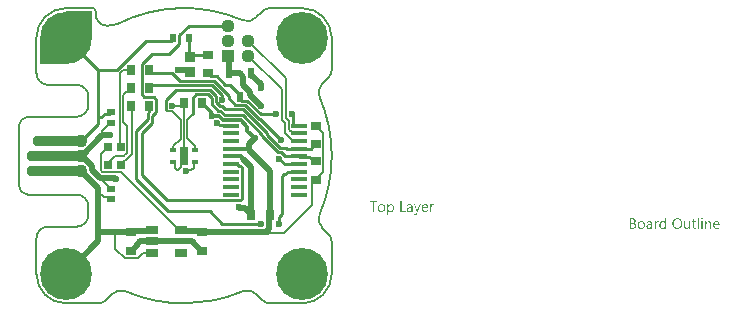
<source format=gtl>
G04*
G04 #@! TF.GenerationSoftware,Altium Limited,Altium Designer,22.5.1 (42)*
G04*
G04 Layer_Physical_Order=1*
G04 Layer_Color=255*
%FSAX44Y44*%
%MOMM*%
G71*
G04*
G04 #@! TF.SameCoordinates,210B23D7-8BD8-4DAC-88D1-AF52DF2CA714*
G04*
G04*
G04 #@! TF.FilePolarity,Positive*
G04*
G01*
G75*
%ADD10C,0.1500*%
%ADD11C,0.5000*%
%ADD13C,0.2000*%
%ADD18R,0.7620X0.8128*%
%ADD19R,0.6500X0.8000*%
%ADD21R,0.8128X0.7620*%
%ADD22R,0.9144X0.8128*%
%ADD23R,0.8000X0.9000*%
%ADD24R,1.0000X0.7000*%
%ADD25R,1.3500X0.4000*%
%ADD27R,0.9000X0.8000*%
%ADD29R,0.6000X0.9000*%
G04:AMPARAMS|DCode=30|XSize=0.9mm|YSize=4.3mm|CornerRadius=0.351mm|HoleSize=0mm|Usage=FLASHONLY|Rotation=90.000|XOffset=0mm|YOffset=0mm|HoleType=Round|Shape=RoundedRectangle|*
%AMROUNDEDRECTD30*
21,1,0.9000,3.5980,0,0,90.0*
21,1,0.1980,4.3000,0,0,90.0*
1,1,0.7020,1.7990,0.0990*
1,1,0.7020,1.7990,-0.0990*
1,1,0.7020,-1.7990,-0.0990*
1,1,0.7020,-1.7990,0.0990*
%
%ADD30ROUNDEDRECTD30*%
G04:AMPARAMS|DCode=31|XSize=0.9mm|YSize=4.8mm|CornerRadius=0.351mm|HoleSize=0mm|Usage=FLASHONLY|Rotation=90.000|XOffset=0mm|YOffset=0mm|HoleType=Round|Shape=RoundedRectangle|*
%AMROUNDEDRECTD31*
21,1,0.9000,4.0980,0,0,90.0*
21,1,0.1980,4.8000,0,0,90.0*
1,1,0.7020,2.0490,0.0990*
1,1,0.7020,2.0490,-0.0990*
1,1,0.7020,-2.0490,-0.0990*
1,1,0.7020,-2.0490,0.0990*
%
%ADD31ROUNDEDRECTD31*%
%ADD46C,1.1000*%
%ADD50R,0.7000X0.6000*%
%ADD51R,0.5500X0.3500*%
%ADD52R,0.7000X1.6000*%
%ADD53R,0.6000X0.8000*%
%ADD54C,0.2500*%
%ADD55C,0.3000*%
%ADD56C,4.4000*%
%ADD57R,1.1100X1.1100*%
%ADD58C,1.1100*%
%ADD59C,0.6000*%
G36*
X-00077999Y00099000D02*
X-00098999Y00078000D01*
X-00122154Y00078000D01*
X-00122154Y00099846D01*
X-00099844Y00122155D01*
X-00077999Y00122155D01*
X-00077999Y00099000D01*
X-00077999Y00099000D02*
G37*
G36*
X00175295Y-00040988D02*
X00175381Y-00040995D01*
X00175483Y-00041003D01*
X00175601Y-00041027D01*
X00175735Y-00041051D01*
X00175884Y-00041090D01*
X00176033Y-00041137D01*
X00176190Y-00041192D01*
X00176347Y-00041262D01*
X00176512Y-00041341D01*
X00176669Y-00041443D01*
X00176818Y-00041561D01*
X00176967Y-00041694D01*
X00177100Y-00041843D01*
X00177108Y-00041851D01*
X00177132Y-00041882D01*
X00177163Y-00041929D01*
X00177210Y-00042000D01*
X00177257Y-00042087D01*
X00177320Y-00042189D01*
X00177383Y-00042314D01*
X00177446Y-00042448D01*
X00177508Y-00042604D01*
X00177571Y-00042777D01*
X00177634Y-00042965D01*
X00177681Y-00043170D01*
X00177728Y-00043389D01*
X00177759Y-00043625D01*
X00177783Y-00043876D01*
X00177791Y-00044135D01*
X00177791Y-00044143D01*
X00177791Y-00044151D01*
X00177791Y-00044174D01*
X00177791Y-00044206D01*
X00177783Y-00044292D01*
X00177775Y-00044402D01*
X00177767Y-00044535D01*
X00177752Y-00044692D01*
X00177728Y-00044865D01*
X00177697Y-00045053D01*
X00177650Y-00045250D01*
X00177603Y-00045461D01*
X00177540Y-00045673D01*
X00177461Y-00045885D01*
X00177375Y-00046097D01*
X00177273Y-00046309D01*
X00177147Y-00046505D01*
X00177014Y-00046694D01*
X00177006Y-00046701D01*
X00176975Y-00046733D01*
X00176935Y-00046780D01*
X00176873Y-00046843D01*
X00176794Y-00046913D01*
X00176700Y-00047000D01*
X00176582Y-00047086D01*
X00176457Y-00047172D01*
X00176315Y-00047259D01*
X00176150Y-00047345D01*
X00175978Y-00047431D01*
X00175790Y-00047502D01*
X00175585Y-00047565D01*
X00175366Y-00047612D01*
X00175130Y-00047643D01*
X00174887Y-00047651D01*
X00174832Y-00047651D01*
X00174769Y-00047643D01*
X00174683Y-00047635D01*
X00174581Y-00047620D01*
X00174463Y-00047596D01*
X00174330Y-00047565D01*
X00174181Y-00047518D01*
X00174031Y-00047463D01*
X00173874Y-00047392D01*
X00173717Y-00047306D01*
X00173553Y-00047204D01*
X00173396Y-00047078D01*
X00173247Y-00046937D01*
X00173105Y-00046772D01*
X00172972Y-00046584D01*
X00172948Y-00046584D01*
X00172948Y-00050430D01*
X00171928Y-00050430D01*
X00171928Y-00041129D01*
X00172948Y-00041129D01*
X00172948Y-00042251D01*
X00172972Y-00042251D01*
X00172980Y-00042236D01*
X00173011Y-00042196D01*
X00173050Y-00042134D01*
X00173113Y-00042055D01*
X00173192Y-00041953D01*
X00173286Y-00041851D01*
X00173403Y-00041733D01*
X00173529Y-00041616D01*
X00173678Y-00041498D01*
X00173843Y-00041380D01*
X00174024Y-00041278D01*
X00174220Y-00041176D01*
X00174432Y-00041098D01*
X00174667Y-00041035D01*
X00174911Y-00040995D01*
X00175177Y-00040980D01*
X00175232Y-00040980D01*
X00175295Y-00040988D01*
X00175295Y-00040988D02*
G37*
G36*
X00211085Y-00041027D02*
X00211171Y-00041027D01*
X00211265Y-00041043D01*
X00211367Y-00041058D01*
X00211469Y-00041074D01*
X00211556Y-00041105D01*
X00211556Y-00042165D01*
X00211540Y-00042157D01*
X00211509Y-00042134D01*
X00211446Y-00042102D01*
X00211359Y-00042063D01*
X00211242Y-00042024D01*
X00211116Y-00041992D01*
X00210959Y-00041969D01*
X00210779Y-00041961D01*
X00210716Y-00041961D01*
X00210669Y-00041969D01*
X00210614Y-00041977D01*
X00210551Y-00041992D01*
X00210402Y-00042039D01*
X00210315Y-00042071D01*
X00210229Y-00042110D01*
X00210135Y-00042165D01*
X00210041Y-00042220D01*
X00209954Y-00042291D01*
X00209860Y-00042377D01*
X00209774Y-00042471D01*
X00209688Y-00042581D01*
X00209680Y-00042589D01*
X00209672Y-00042612D01*
X00209648Y-00042644D01*
X00209617Y-00042691D01*
X00209586Y-00042754D01*
X00209546Y-00042832D01*
X00209507Y-00042919D01*
X00209468Y-00043021D01*
X00209429Y-00043130D01*
X00209389Y-00043256D01*
X00209350Y-00043397D01*
X00209319Y-00043546D01*
X00209287Y-00043711D01*
X00209264Y-00043884D01*
X00209256Y-00044064D01*
X00209248Y-00044261D01*
X00209248Y-00047502D01*
X00208228Y-00047502D01*
X00208228Y-00041129D01*
X00209248Y-00041129D01*
X00209248Y-00042448D01*
X00209272Y-00042448D01*
X00209272Y-00042440D01*
X00209279Y-00042416D01*
X00209295Y-00042385D01*
X00209311Y-00042338D01*
X00209334Y-00042283D01*
X00209366Y-00042212D01*
X00209436Y-00042063D01*
X00209531Y-00041890D01*
X00209648Y-00041718D01*
X00209782Y-00041553D01*
X00209939Y-00041396D01*
X00209947Y-00041388D01*
X00209962Y-00041380D01*
X00209986Y-00041364D01*
X00210017Y-00041333D01*
X00210056Y-00041309D01*
X00210111Y-00041278D01*
X00210229Y-00041207D01*
X00210378Y-00041137D01*
X00210551Y-00041074D01*
X00210739Y-00041035D01*
X00210841Y-00041027D01*
X00210943Y-00041019D01*
X00211006Y-00041019D01*
X00211085Y-00041027D01*
X00211085Y-00041027D02*
G37*
G36*
X00197538Y-00048522D02*
X00197538Y-00048530D01*
X00197530Y-00048546D01*
X00197514Y-00048569D01*
X00197499Y-00048609D01*
X00197483Y-00048656D01*
X00197460Y-00048703D01*
X00197397Y-00048829D01*
X00197310Y-00048978D01*
X00197216Y-00049150D01*
X00197099Y-00049323D01*
X00196965Y-00049511D01*
X00196816Y-00049692D01*
X00196651Y-00049872D01*
X00196471Y-00050045D01*
X00196274Y-00050194D01*
X00196062Y-00050320D01*
X00195953Y-00050367D01*
X00195835Y-00050414D01*
X00195717Y-00050453D01*
X00195592Y-00050477D01*
X00195466Y-00050492D01*
X00195333Y-00050500D01*
X00195270Y-00050500D01*
X00195191Y-00050492D01*
X00195097Y-00050492D01*
X00194995Y-00050477D01*
X00194885Y-00050461D01*
X00194767Y-00050445D01*
X00194665Y-00050414D01*
X00194665Y-00049503D01*
X00194681Y-00049511D01*
X00194720Y-00049519D01*
X00194783Y-00049535D01*
X00194862Y-00049558D01*
X00194956Y-00049582D01*
X00195058Y-00049598D01*
X00195168Y-00049605D01*
X00195270Y-00049613D01*
X00195301Y-00049613D01*
X00195340Y-00049605D01*
X00195395Y-00049598D01*
X00195458Y-00049582D01*
X00195537Y-00049566D01*
X00195615Y-00049535D01*
X00195709Y-00049496D01*
X00195796Y-00049448D01*
X00195898Y-00049386D01*
X00195992Y-00049315D01*
X00196086Y-00049229D01*
X00196180Y-00049119D01*
X00196274Y-00049001D01*
X00196353Y-00048860D01*
X00196431Y-00048695D01*
X00196942Y-00047494D01*
X00194454Y-00041129D01*
X00195584Y-00041129D01*
X00197310Y-00046034D01*
X00197310Y-00046042D01*
X00197318Y-00046058D01*
X00197326Y-00046081D01*
X00197342Y-00046129D01*
X00197358Y-00046191D01*
X00197373Y-00046278D01*
X00197405Y-00046388D01*
X00197436Y-00046521D01*
X00197475Y-00046521D01*
X00197475Y-00046513D01*
X00197483Y-00046490D01*
X00197491Y-00046458D01*
X00197507Y-00046403D01*
X00197522Y-00046340D01*
X00197538Y-00046262D01*
X00197569Y-00046160D01*
X00197601Y-00046050D01*
X00199414Y-00041129D01*
X00200466Y-00041129D01*
X00197538Y-00048522D01*
X00197538Y-00048522D02*
G37*
G36*
X00191322Y-00040988D02*
X00191377Y-00040988D01*
X00191432Y-00040995D01*
X00191502Y-00041003D01*
X00191581Y-00041019D01*
X00191746Y-00041051D01*
X00191942Y-00041105D01*
X00192138Y-00041176D01*
X00192350Y-00041278D01*
X00192562Y-00041404D01*
X00192664Y-00041474D01*
X00192766Y-00041561D01*
X00192860Y-00041655D01*
X00192954Y-00041749D01*
X00193041Y-00041859D01*
X00193119Y-00041985D01*
X00193198Y-00042110D01*
X00193268Y-00042251D01*
X00193323Y-00042408D01*
X00193378Y-00042573D01*
X00193417Y-00042746D01*
X00193449Y-00042942D01*
X00193465Y-00043138D01*
X00193472Y-00043358D01*
X00193472Y-00047502D01*
X00192452Y-00047502D01*
X00192452Y-00046513D01*
X00192428Y-00046513D01*
X00192421Y-00046529D01*
X00192397Y-00046560D01*
X00192358Y-00046615D01*
X00192303Y-00046694D01*
X00192232Y-00046780D01*
X00192146Y-00046874D01*
X00192052Y-00046976D01*
X00191934Y-00047078D01*
X00191801Y-00047188D01*
X00191659Y-00047290D01*
X00191495Y-00047384D01*
X00191322Y-00047471D01*
X00191126Y-00047549D01*
X00190922Y-00047604D01*
X00190702Y-00047635D01*
X00190466Y-00047651D01*
X00190372Y-00047651D01*
X00190309Y-00047643D01*
X00190231Y-00047635D01*
X00190137Y-00047628D01*
X00190035Y-00047612D01*
X00189925Y-00047588D01*
X00189681Y-00047526D01*
X00189564Y-00047486D01*
X00189438Y-00047439D01*
X00189313Y-00047384D01*
X00189195Y-00047314D01*
X00189085Y-00047235D01*
X00188975Y-00047149D01*
X00188967Y-00047141D01*
X00188952Y-00047125D01*
X00188928Y-00047094D01*
X00188889Y-00047055D01*
X00188850Y-00047008D01*
X00188810Y-00046945D01*
X00188755Y-00046874D01*
X00188708Y-00046796D01*
X00188661Y-00046701D01*
X00188614Y-00046599D01*
X00188567Y-00046490D01*
X00188528Y-00046372D01*
X00188489Y-00046246D01*
X00188465Y-00046113D01*
X00188449Y-00045964D01*
X00188442Y-00045815D01*
X00188442Y-00045807D01*
X00188442Y-00045791D01*
X00188442Y-00045767D01*
X00188449Y-00045736D01*
X00188449Y-00045697D01*
X00188457Y-00045650D01*
X00188473Y-00045532D01*
X00188504Y-00045391D01*
X00188551Y-00045234D01*
X00188614Y-00045061D01*
X00188708Y-00044881D01*
X00188818Y-00044700D01*
X00188952Y-00044520D01*
X00189038Y-00044433D01*
X00189124Y-00044347D01*
X00189226Y-00044261D01*
X00189328Y-00044182D01*
X00189446Y-00044104D01*
X00189572Y-00044033D01*
X00189705Y-00043970D01*
X00189854Y-00043907D01*
X00190011Y-00043852D01*
X00190176Y-00043805D01*
X00190357Y-00043766D01*
X00190545Y-00043735D01*
X00192452Y-00043468D01*
X00192452Y-00043460D01*
X00192452Y-00043452D01*
X00192452Y-00043429D01*
X00192452Y-00043397D01*
X00192444Y-00043319D01*
X00192428Y-00043217D01*
X00192413Y-00043091D01*
X00192381Y-00042950D01*
X00192342Y-00042809D01*
X00192287Y-00042652D01*
X00192217Y-00042502D01*
X00192130Y-00042353D01*
X00192028Y-00042220D01*
X00191903Y-00042094D01*
X00191746Y-00041992D01*
X00191573Y-00041914D01*
X00191479Y-00041882D01*
X00191369Y-00041859D01*
X00191259Y-00041851D01*
X00191141Y-00041843D01*
X00191086Y-00041843D01*
X00191031Y-00041851D01*
X00190945Y-00041859D01*
X00190843Y-00041867D01*
X00190725Y-00041882D01*
X00190592Y-00041906D01*
X00190451Y-00041937D01*
X00190294Y-00041985D01*
X00190129Y-00042032D01*
X00189956Y-00042094D01*
X00189776Y-00042173D01*
X00189595Y-00042267D01*
X00189415Y-00042369D01*
X00189234Y-00042487D01*
X00189062Y-00042628D01*
X00189062Y-00041584D01*
X00189069Y-00041576D01*
X00189101Y-00041561D01*
X00189156Y-00041529D01*
X00189226Y-00041490D01*
X00189321Y-00041443D01*
X00189422Y-00041396D01*
X00189548Y-00041341D01*
X00189689Y-00041278D01*
X00189839Y-00041223D01*
X00190003Y-00041168D01*
X00190184Y-00041121D01*
X00190372Y-00041074D01*
X00190576Y-00041035D01*
X00190780Y-00041003D01*
X00191000Y-00040988D01*
X00191228Y-00040980D01*
X00191283Y-00040980D01*
X00191322Y-00040988D01*
X00191322Y-00040988D02*
G37*
G36*
X00184101Y-00046560D02*
X00187688Y-00046560D01*
X00187688Y-00047502D01*
X00183057Y-00047502D01*
X00183057Y-00038578D01*
X00184101Y-00038578D01*
X00184101Y-00046560D01*
X00184101Y-00046560D02*
G37*
G36*
X00163193Y-00039528D02*
X00160618Y-00039528D01*
X00160618Y-00047502D01*
X00159574Y-00047502D01*
X00159574Y-00039528D01*
X00157000Y-00039528D01*
X00157000Y-00038578D01*
X00163193Y-00038578D01*
X00163193Y-00039528D01*
X00163193Y-00039528D02*
G37*
G36*
X00204186Y-00040988D02*
X00204272Y-00040995D01*
X00204382Y-00041003D01*
X00204500Y-00041019D01*
X00204633Y-00041051D01*
X00204774Y-00041082D01*
X00204931Y-00041121D01*
X00205088Y-00041176D01*
X00205245Y-00041247D01*
X00205410Y-00041325D01*
X00205567Y-00041419D01*
X00205716Y-00041529D01*
X00205865Y-00041655D01*
X00205999Y-00041796D01*
X00206007Y-00041804D01*
X00206030Y-00041835D01*
X00206062Y-00041882D01*
X00206109Y-00041945D01*
X00206156Y-00042024D01*
X00206218Y-00042126D01*
X00206281Y-00042243D01*
X00206344Y-00042377D01*
X00206407Y-00042534D01*
X00206470Y-00042699D01*
X00206532Y-00042887D01*
X00206580Y-00043083D01*
X00206627Y-00043303D01*
X00206658Y-00043531D01*
X00206682Y-00043782D01*
X00206689Y-00044041D01*
X00206689Y-00044574D01*
X00202184Y-00044574D01*
X00202184Y-00044590D01*
X00202184Y-00044622D01*
X00202192Y-00044676D01*
X00202200Y-00044747D01*
X00202208Y-00044841D01*
X00202224Y-00044943D01*
X00202239Y-00045053D01*
X00202271Y-00045179D01*
X00202341Y-00045446D01*
X00202388Y-00045579D01*
X00202443Y-00045720D01*
X00202506Y-00045854D01*
X00202577Y-00045987D01*
X00202663Y-00046105D01*
X00202757Y-00046223D01*
X00202765Y-00046231D01*
X00202781Y-00046246D01*
X00202812Y-00046278D01*
X00202859Y-00046309D01*
X00202914Y-00046356D01*
X00202985Y-00046403D01*
X00203063Y-00046458D01*
X00203150Y-00046505D01*
X00203252Y-00046560D01*
X00203370Y-00046615D01*
X00203487Y-00046662D01*
X00203629Y-00046709D01*
X00203770Y-00046741D01*
X00203927Y-00046772D01*
X00204092Y-00046788D01*
X00204264Y-00046796D01*
X00204311Y-00046796D01*
X00204366Y-00046788D01*
X00204445Y-00046788D01*
X00204539Y-00046772D01*
X00204649Y-00046756D01*
X00204774Y-00046733D01*
X00204916Y-00046709D01*
X00205065Y-00046670D01*
X00205222Y-00046623D01*
X00205387Y-00046568D01*
X00205551Y-00046497D01*
X00205724Y-00046419D01*
X00205897Y-00046325D01*
X00206069Y-00046215D01*
X00206242Y-00046089D01*
X00206242Y-00047047D01*
X00206234Y-00047055D01*
X00206203Y-00047070D01*
X00206156Y-00047102D01*
X00206093Y-00047141D01*
X00206007Y-00047188D01*
X00205905Y-00047235D01*
X00205787Y-00047290D01*
X00205653Y-00047345D01*
X00205497Y-00047408D01*
X00205332Y-00047463D01*
X00205151Y-00047510D01*
X00204955Y-00047557D01*
X00204743Y-00047596D01*
X00204515Y-00047628D01*
X00204272Y-00047643D01*
X00204021Y-00047651D01*
X00203958Y-00047651D01*
X00203895Y-00047643D01*
X00203801Y-00047635D01*
X00203683Y-00047628D01*
X00203550Y-00047604D01*
X00203409Y-00047580D01*
X00203252Y-00047541D01*
X00203087Y-00047494D01*
X00202914Y-00047439D01*
X00202734Y-00047369D01*
X00202561Y-00047290D01*
X00202381Y-00047188D01*
X00202216Y-00047070D01*
X00202051Y-00046937D01*
X00201902Y-00046788D01*
X00201894Y-00046780D01*
X00201870Y-00046749D01*
X00201831Y-00046694D01*
X00201784Y-00046623D01*
X00201721Y-00046537D01*
X00201658Y-00046427D01*
X00201588Y-00046301D01*
X00201517Y-00046152D01*
X00201447Y-00045995D01*
X00201376Y-00045807D01*
X00201313Y-00045610D01*
X00201250Y-00045391D01*
X00201203Y-00045155D01*
X00201164Y-00044904D01*
X00201140Y-00044630D01*
X00201133Y-00044347D01*
X00201133Y-00044339D01*
X00201133Y-00044331D01*
X00201133Y-00044308D01*
X00201133Y-00044284D01*
X00201140Y-00044206D01*
X00201148Y-00044096D01*
X00201156Y-00043970D01*
X00201180Y-00043829D01*
X00201203Y-00043664D01*
X00201235Y-00043484D01*
X00201282Y-00043295D01*
X00201337Y-00043099D01*
X00201407Y-00042895D01*
X00201486Y-00042691D01*
X00201580Y-00042495D01*
X00201698Y-00042291D01*
X00201823Y-00042102D01*
X00201972Y-00041922D01*
X00201980Y-00041914D01*
X00202012Y-00041882D01*
X00202059Y-00041835D01*
X00202122Y-00041773D01*
X00202208Y-00041702D01*
X00202310Y-00041623D01*
X00202420Y-00041537D01*
X00202553Y-00041451D01*
X00202694Y-00041364D01*
X00202859Y-00041278D01*
X00203032Y-00041200D01*
X00203213Y-00041129D01*
X00203409Y-00041066D01*
X00203621Y-00041019D01*
X00203840Y-00040988D01*
X00204068Y-00040980D01*
X00204123Y-00040980D01*
X00204186Y-00040988D01*
X00204186Y-00040988D02*
G37*
G36*
X00167407Y-00040988D02*
X00167509Y-00040995D01*
X00167627Y-00041003D01*
X00167768Y-00041027D01*
X00167917Y-00041051D01*
X00168082Y-00041090D01*
X00168263Y-00041137D01*
X00168443Y-00041192D01*
X00168624Y-00041262D01*
X00168812Y-00041349D01*
X00168993Y-00041451D01*
X00169173Y-00041568D01*
X00169338Y-00041702D01*
X00169495Y-00041859D01*
X00169503Y-00041867D01*
X00169526Y-00041898D01*
X00169566Y-00041953D01*
X00169620Y-00042024D01*
X00169683Y-00042110D01*
X00169746Y-00042220D01*
X00169825Y-00042345D01*
X00169895Y-00042495D01*
X00169974Y-00042660D01*
X00170044Y-00042840D01*
X00170107Y-00043036D01*
X00170170Y-00043256D01*
X00170225Y-00043491D01*
X00170264Y-00043743D01*
X00170288Y-00044009D01*
X00170296Y-00044292D01*
X00170296Y-00044300D01*
X00170296Y-00044308D01*
X00170296Y-00044331D01*
X00170296Y-00044363D01*
X00170288Y-00044441D01*
X00170280Y-00044543D01*
X00170272Y-00044676D01*
X00170248Y-00044826D01*
X00170225Y-00044991D01*
X00170186Y-00045171D01*
X00170138Y-00045359D01*
X00170084Y-00045563D01*
X00170013Y-00045767D01*
X00169935Y-00045972D01*
X00169832Y-00046176D01*
X00169715Y-00046372D01*
X00169581Y-00046560D01*
X00169432Y-00046741D01*
X00169424Y-00046749D01*
X00169393Y-00046780D01*
X00169346Y-00046827D01*
X00169275Y-00046882D01*
X00169189Y-00046953D01*
X00169087Y-00047031D01*
X00168961Y-00047110D01*
X00168820Y-00047196D01*
X00168663Y-00047282D01*
X00168490Y-00047361D01*
X00168302Y-00047439D01*
X00168098Y-00047510D01*
X00167870Y-00047565D01*
X00167635Y-00047612D01*
X00167391Y-00047643D01*
X00167125Y-00047651D01*
X00167062Y-00047651D01*
X00166991Y-00047643D01*
X00166889Y-00047635D01*
X00166772Y-00047628D01*
X00166630Y-00047604D01*
X00166481Y-00047580D01*
X00166316Y-00047541D01*
X00166136Y-00047494D01*
X00165955Y-00047431D01*
X00165767Y-00047361D01*
X00165578Y-00047274D01*
X00165390Y-00047172D01*
X00165202Y-00047055D01*
X00165029Y-00046921D01*
X00164864Y-00046764D01*
X00164856Y-00046756D01*
X00164825Y-00046725D01*
X00164786Y-00046670D01*
X00164731Y-00046599D01*
X00164668Y-00046513D01*
X00164597Y-00046403D01*
X00164527Y-00046278D01*
X00164448Y-00046129D01*
X00164370Y-00045972D01*
X00164291Y-00045791D01*
X00164221Y-00045595D01*
X00164158Y-00045383D01*
X00164103Y-00045163D01*
X00164064Y-00044920D01*
X00164032Y-00044661D01*
X00164025Y-00044394D01*
X00164025Y-00044386D01*
X00164025Y-00044378D01*
X00164025Y-00044355D01*
X00164025Y-00044323D01*
X00164032Y-00044237D01*
X00164040Y-00044127D01*
X00164048Y-00043994D01*
X00164072Y-00043837D01*
X00164095Y-00043664D01*
X00164134Y-00043476D01*
X00164181Y-00043280D01*
X00164236Y-00043075D01*
X00164307Y-00042863D01*
X00164393Y-00042652D01*
X00164495Y-00042448D01*
X00164605Y-00042251D01*
X00164739Y-00042063D01*
X00164896Y-00041882D01*
X00164904Y-00041875D01*
X00164935Y-00041843D01*
X00164990Y-00041796D01*
X00165061Y-00041741D01*
X00165147Y-00041670D01*
X00165257Y-00041600D01*
X00165382Y-00041514D01*
X00165523Y-00041427D01*
X00165681Y-00041349D01*
X00165861Y-00041262D01*
X00166057Y-00041192D01*
X00166269Y-00041121D01*
X00166497Y-00041066D01*
X00166740Y-00041019D01*
X00166999Y-00040988D01*
X00167274Y-00040980D01*
X00167337Y-00040980D01*
X00167407Y-00040988D01*
X00167407Y-00040988D02*
G37*
G36*
X00438642Y-00052543D02*
X00438712Y-00052558D01*
X00438783Y-00052582D01*
X00438862Y-00052621D01*
X00438940Y-00052668D01*
X00439019Y-00052731D01*
X00439026Y-00052739D01*
X00439050Y-00052762D01*
X00439081Y-00052802D01*
X00439120Y-00052857D01*
X00439152Y-00052927D01*
X00439183Y-00053006D01*
X00439207Y-00053100D01*
X00439215Y-00053202D01*
X00439215Y-00053218D01*
X00439215Y-00053249D01*
X00439207Y-00053296D01*
X00439191Y-00053367D01*
X00439168Y-00053437D01*
X00439128Y-00053516D01*
X00439081Y-00053594D01*
X00439019Y-00053673D01*
X00439011Y-00053681D01*
X00438987Y-00053704D01*
X00438940Y-00053736D01*
X00438885Y-00053767D01*
X00438814Y-00053798D01*
X00438736Y-00053830D01*
X00438650Y-00053853D01*
X00438548Y-00053861D01*
X00438500Y-00053861D01*
X00438453Y-00053853D01*
X00438383Y-00053838D01*
X00438312Y-00053814D01*
X00438234Y-00053783D01*
X00438155Y-00053744D01*
X00438077Y-00053681D01*
X00438069Y-00053673D01*
X00438045Y-00053649D01*
X00438014Y-00053602D01*
X00437982Y-00053547D01*
X00437951Y-00053485D01*
X00437920Y-00053398D01*
X00437896Y-00053304D01*
X00437888Y-00053202D01*
X00437888Y-00053186D01*
X00437888Y-00053155D01*
X00437896Y-00053100D01*
X00437912Y-00053037D01*
X00437935Y-00052959D01*
X00437967Y-00052880D01*
X00438014Y-00052802D01*
X00438077Y-00052731D01*
X00438084Y-00052723D01*
X00438108Y-00052700D01*
X00438155Y-00052668D01*
X00438210Y-00052629D01*
X00438281Y-00052598D01*
X00438359Y-00052566D01*
X00438446Y-00052543D01*
X00438548Y-00052535D01*
X00438595Y-00052535D01*
X00438642Y-00052543D01*
X00438642Y-00052543D02*
G37*
G36*
X00408244Y-00061851D02*
X00407224Y-00061851D01*
X00407224Y-00060776D01*
X00407200Y-00060776D01*
X00407192Y-00060792D01*
X00407169Y-00060831D01*
X00407122Y-00060886D01*
X00407067Y-00060964D01*
X00406988Y-00061058D01*
X00406902Y-00061160D01*
X00406792Y-00061270D01*
X00406659Y-00061388D01*
X00406517Y-00061506D01*
X00406353Y-00061616D01*
X00406172Y-00061718D01*
X00405976Y-00061812D01*
X00405764Y-00061890D01*
X00405528Y-00061945D01*
X00405277Y-00061985D01*
X00405010Y-00062000D01*
X00404955Y-00062000D01*
X00404893Y-00061992D01*
X00404814Y-00061985D01*
X00404712Y-00061977D01*
X00404594Y-00061953D01*
X00404461Y-00061930D01*
X00404320Y-00061890D01*
X00404171Y-00061851D01*
X00404014Y-00061788D01*
X00403857Y-00061726D01*
X00403692Y-00061639D01*
X00403535Y-00061545D01*
X00403378Y-00061427D01*
X00403229Y-00061294D01*
X00403088Y-00061145D01*
X00403080Y-00061137D01*
X00403056Y-00061105D01*
X00403025Y-00061058D01*
X00402978Y-00060988D01*
X00402923Y-00060901D01*
X00402860Y-00060799D01*
X00402797Y-00060674D01*
X00402734Y-00060532D01*
X00402664Y-00060375D01*
X00402601Y-00060203D01*
X00402538Y-00060007D01*
X00402483Y-00059803D01*
X00402436Y-00059583D01*
X00402405Y-00059339D01*
X00402381Y-00059088D01*
X00402373Y-00058822D01*
X00402373Y-00058814D01*
X00402373Y-00058806D01*
X00402373Y-00058782D01*
X00402373Y-00058751D01*
X00402381Y-00058672D01*
X00402389Y-00058562D01*
X00402397Y-00058421D01*
X00402413Y-00058272D01*
X00402436Y-00058099D01*
X00402475Y-00057911D01*
X00402515Y-00057715D01*
X00402570Y-00057503D01*
X00402632Y-00057299D01*
X00402711Y-00057079D01*
X00402797Y-00056875D01*
X00402907Y-00056671D01*
X00403025Y-00056475D01*
X00403166Y-00056286D01*
X00403174Y-00056279D01*
X00403205Y-00056247D01*
X00403252Y-00056200D01*
X00403315Y-00056137D01*
X00403394Y-00056067D01*
X00403488Y-00055980D01*
X00403606Y-00055894D01*
X00403731Y-00055808D01*
X00403880Y-00055721D01*
X00404037Y-00055635D01*
X00404210Y-00055549D01*
X00404398Y-00055478D01*
X00404602Y-00055415D01*
X00404822Y-00055368D01*
X00405050Y-00055337D01*
X00405293Y-00055329D01*
X00405348Y-00055329D01*
X00405419Y-00055337D01*
X00405505Y-00055345D01*
X00405615Y-00055360D01*
X00405740Y-00055384D01*
X00405874Y-00055415D01*
X00406023Y-00055455D01*
X00406180Y-00055509D01*
X00406337Y-00055580D01*
X00406494Y-00055666D01*
X00406651Y-00055768D01*
X00406800Y-00055886D01*
X00406949Y-00056020D01*
X00407082Y-00056184D01*
X00407200Y-00056365D01*
X00407224Y-00056365D01*
X00407224Y-00052417D01*
X00408244Y-00052417D01*
X00408244Y-00061851D01*
X00408244Y-00061851D02*
G37*
G36*
X00444348Y-00055337D02*
X00444418Y-00055337D01*
X00444505Y-00055352D01*
X00444607Y-00055368D01*
X00444716Y-00055384D01*
X00444834Y-00055415D01*
X00444960Y-00055447D01*
X00445093Y-00055494D01*
X00445227Y-00055549D01*
X00445360Y-00055619D01*
X00445486Y-00055698D01*
X00445611Y-00055784D01*
X00445729Y-00055894D01*
X00445839Y-00056012D01*
X00445847Y-00056020D01*
X00445862Y-00056043D01*
X00445894Y-00056082D01*
X00445925Y-00056137D01*
X00445965Y-00056208D01*
X00446012Y-00056294D01*
X00446067Y-00056396D01*
X00446121Y-00056506D01*
X00446169Y-00056640D01*
X00446223Y-00056781D01*
X00446271Y-00056946D01*
X00446310Y-00057118D01*
X00446341Y-00057307D01*
X00446373Y-00057511D01*
X00446388Y-00057723D01*
X00446396Y-00057958D01*
X00446396Y-00061851D01*
X00445376Y-00061851D01*
X00445376Y-00058217D01*
X00445376Y-00058209D01*
X00445376Y-00058194D01*
X00445376Y-00058170D01*
X00445376Y-00058131D01*
X00445368Y-00058084D01*
X00445368Y-00058029D01*
X00445352Y-00057903D01*
X00445329Y-00057746D01*
X00445297Y-00057574D01*
X00445250Y-00057393D01*
X00445187Y-00057205D01*
X00445109Y-00057016D01*
X00445015Y-00056836D01*
X00444897Y-00056663D01*
X00444748Y-00056506D01*
X00444583Y-00056381D01*
X00444489Y-00056326D01*
X00444379Y-00056279D01*
X00444269Y-00056239D01*
X00444151Y-00056216D01*
X00444026Y-00056200D01*
X00443892Y-00056192D01*
X00443822Y-00056192D01*
X00443767Y-00056200D01*
X00443704Y-00056208D01*
X00443626Y-00056224D01*
X00443539Y-00056239D01*
X00443453Y-00056263D01*
X00443351Y-00056294D01*
X00443249Y-00056333D01*
X00443147Y-00056381D01*
X00443037Y-00056435D01*
X00442935Y-00056506D01*
X00442825Y-00056585D01*
X00442723Y-00056671D01*
X00442629Y-00056773D01*
X00442621Y-00056781D01*
X00442605Y-00056797D01*
X00442582Y-00056828D01*
X00442550Y-00056875D01*
X00442511Y-00056930D01*
X00442472Y-00057001D01*
X00442425Y-00057079D01*
X00442378Y-00057165D01*
X00442331Y-00057267D01*
X00442284Y-00057377D01*
X00442244Y-00057495D01*
X00442205Y-00057621D01*
X00442174Y-00057762D01*
X00442150Y-00057903D01*
X00442134Y-00058060D01*
X00442127Y-00058217D01*
X00442127Y-00061851D01*
X00441106Y-00061851D01*
X00441106Y-00055478D01*
X00442127Y-00055478D01*
X00442127Y-00056538D01*
X00442150Y-00056538D01*
X00442158Y-00056522D01*
X00442181Y-00056483D01*
X00442229Y-00056428D01*
X00442284Y-00056349D01*
X00442362Y-00056255D01*
X00442448Y-00056153D01*
X00442558Y-00056043D01*
X00442684Y-00055933D01*
X00442825Y-00055823D01*
X00442982Y-00055714D01*
X00443155Y-00055611D01*
X00443335Y-00055517D01*
X00443539Y-00055439D01*
X00443759Y-00055384D01*
X00443994Y-00055345D01*
X00444246Y-00055329D01*
X00444293Y-00055329D01*
X00444348Y-00055337D01*
X00444348Y-00055337D02*
G37*
G36*
X00401227Y-00055376D02*
X00401314Y-00055376D01*
X00401408Y-00055392D01*
X00401510Y-00055407D01*
X00401612Y-00055423D01*
X00401698Y-00055455D01*
X00401698Y-00056514D01*
X00401683Y-00056506D01*
X00401651Y-00056483D01*
X00401589Y-00056451D01*
X00401502Y-00056412D01*
X00401384Y-00056373D01*
X00401259Y-00056341D01*
X00401102Y-00056318D01*
X00400921Y-00056310D01*
X00400859Y-00056310D01*
X00400812Y-00056318D01*
X00400756Y-00056326D01*
X00400694Y-00056341D01*
X00400545Y-00056389D01*
X00400458Y-00056420D01*
X00400372Y-00056459D01*
X00400278Y-00056514D01*
X00400184Y-00056569D01*
X00400097Y-00056640D01*
X00400003Y-00056726D01*
X00399917Y-00056820D01*
X00399830Y-00056930D01*
X00399823Y-00056938D01*
X00399815Y-00056961D01*
X00399791Y-00056993D01*
X00399760Y-00057040D01*
X00399728Y-00057103D01*
X00399689Y-00057181D01*
X00399650Y-00057267D01*
X00399611Y-00057369D01*
X00399571Y-00057479D01*
X00399532Y-00057605D01*
X00399493Y-00057746D01*
X00399462Y-00057895D01*
X00399430Y-00058060D01*
X00399407Y-00058233D01*
X00399399Y-00058413D01*
X00399391Y-00058610D01*
X00399391Y-00061851D01*
X00398371Y-00061851D01*
X00398371Y-00055478D01*
X00399391Y-00055478D01*
X00399391Y-00056797D01*
X00399414Y-00056797D01*
X00399414Y-00056789D01*
X00399422Y-00056765D01*
X00399438Y-00056734D01*
X00399454Y-00056687D01*
X00399477Y-00056632D01*
X00399509Y-00056561D01*
X00399579Y-00056412D01*
X00399673Y-00056239D01*
X00399791Y-00056067D01*
X00399925Y-00055902D01*
X00400081Y-00055745D01*
X00400089Y-00055737D01*
X00400105Y-00055729D01*
X00400129Y-00055714D01*
X00400160Y-00055682D01*
X00400199Y-00055658D01*
X00400254Y-00055627D01*
X00400372Y-00055557D01*
X00400521Y-00055486D01*
X00400694Y-00055423D01*
X00400882Y-00055384D01*
X00400984Y-00055376D01*
X00401086Y-00055368D01*
X00401149Y-00055368D01*
X00401227Y-00055376D01*
X00401227Y-00055376D02*
G37*
G36*
X00428564Y-00061851D02*
X00427544Y-00061851D01*
X00427544Y-00060847D01*
X00427520Y-00060847D01*
X00427512Y-00060862D01*
X00427489Y-00060894D01*
X00427450Y-00060956D01*
X00427402Y-00061027D01*
X00427332Y-00061113D01*
X00427246Y-00061207D01*
X00427151Y-00061317D01*
X00427034Y-00061419D01*
X00426908Y-00061529D01*
X00426759Y-00061631D01*
X00426602Y-00061733D01*
X00426421Y-00061820D01*
X00426225Y-00061890D01*
X00426021Y-00061953D01*
X00425794Y-00061985D01*
X00425550Y-00062000D01*
X00425495Y-00062000D01*
X00425456Y-00061992D01*
X00425401Y-00061992D01*
X00425338Y-00061985D01*
X00425268Y-00061969D01*
X00425197Y-00061961D01*
X00425024Y-00061914D01*
X00424828Y-00061859D01*
X00424624Y-00061773D01*
X00424522Y-00061718D01*
X00424412Y-00061663D01*
X00424302Y-00061592D01*
X00424200Y-00061521D01*
X00424098Y-00061435D01*
X00423996Y-00061341D01*
X00423894Y-00061231D01*
X00423800Y-00061121D01*
X00423714Y-00060996D01*
X00423627Y-00060854D01*
X00423557Y-00060705D01*
X00423486Y-00060548D01*
X00423423Y-00060375D01*
X00423368Y-00060187D01*
X00423329Y-00059983D01*
X00423298Y-00059771D01*
X00423282Y-00059536D01*
X00423274Y-00059292D01*
X00423274Y-00055478D01*
X00424287Y-00055478D01*
X00424287Y-00059128D01*
X00424287Y-00059135D01*
X00424287Y-00059151D01*
X00424287Y-00059175D01*
X00424287Y-00059214D01*
X00424295Y-00059261D01*
X00424295Y-00059316D01*
X00424310Y-00059442D01*
X00424334Y-00059598D01*
X00424365Y-00059763D01*
X00424420Y-00059952D01*
X00424483Y-00060132D01*
X00424561Y-00060321D01*
X00424663Y-00060509D01*
X00424789Y-00060674D01*
X00424938Y-00060831D01*
X00425119Y-00060956D01*
X00425213Y-00061011D01*
X00425323Y-00061058D01*
X00425440Y-00061098D01*
X00425558Y-00061121D01*
X00425691Y-00061137D01*
X00425833Y-00061145D01*
X00425903Y-00061145D01*
X00425958Y-00061137D01*
X00426021Y-00061129D01*
X00426092Y-00061113D01*
X00426178Y-00061098D01*
X00426264Y-00061074D01*
X00426359Y-00061051D01*
X00426461Y-00061011D01*
X00426563Y-00060964D01*
X00426665Y-00060909D01*
X00426767Y-00060847D01*
X00426869Y-00060776D01*
X00426963Y-00060690D01*
X00427057Y-00060595D01*
X00427065Y-00060588D01*
X00427081Y-00060572D01*
X00427104Y-00060540D01*
X00427136Y-00060493D01*
X00427167Y-00060438D01*
X00427214Y-00060375D01*
X00427253Y-00060297D01*
X00427300Y-00060211D01*
X00427348Y-00060109D01*
X00427387Y-00059999D01*
X00427434Y-00059881D01*
X00427465Y-00059756D01*
X00427497Y-00059614D01*
X00427520Y-00059473D01*
X00427536Y-00059316D01*
X00427544Y-00059151D01*
X00427544Y-00055478D01*
X00428564Y-00055478D01*
X00428564Y-00061851D01*
X00428564Y-00061851D02*
G37*
G36*
X00439042Y-00061851D02*
X00438022Y-00061851D01*
X00438022Y-00055478D01*
X00439042Y-00055478D01*
X00439042Y-00061851D01*
X00439042Y-00061851D02*
G37*
G36*
X00435957Y-00061851D02*
X00434937Y-00061851D01*
X00434937Y-00052417D01*
X00435957Y-00052417D01*
X00435957Y-00061851D01*
X00435957Y-00061851D02*
G37*
G36*
X00394297Y-00055337D02*
X00394352Y-00055337D01*
X00394407Y-00055345D01*
X00394478Y-00055352D01*
X00394556Y-00055368D01*
X00394721Y-00055399D01*
X00394917Y-00055455D01*
X00395113Y-00055525D01*
X00395325Y-00055627D01*
X00395537Y-00055753D01*
X00395639Y-00055823D01*
X00395741Y-00055910D01*
X00395835Y-00056004D01*
X00395930Y-00056098D01*
X00396016Y-00056208D01*
X00396095Y-00056333D01*
X00396173Y-00056459D01*
X00396244Y-00056600D01*
X00396298Y-00056757D01*
X00396353Y-00056922D01*
X00396393Y-00057095D01*
X00396424Y-00057291D01*
X00396440Y-00057487D01*
X00396448Y-00057707D01*
X00396448Y-00061851D01*
X00395427Y-00061851D01*
X00395427Y-00060862D01*
X00395404Y-00060862D01*
X00395396Y-00060878D01*
X00395372Y-00060909D01*
X00395333Y-00060964D01*
X00395278Y-00061043D01*
X00395208Y-00061129D01*
X00395121Y-00061223D01*
X00395027Y-00061325D01*
X00394909Y-00061427D01*
X00394776Y-00061537D01*
X00394635Y-00061639D01*
X00394470Y-00061733D01*
X00394297Y-00061820D01*
X00394101Y-00061898D01*
X00393897Y-00061953D01*
X00393677Y-00061985D01*
X00393442Y-00062000D01*
X00393347Y-00062000D01*
X00393285Y-00061992D01*
X00393206Y-00061985D01*
X00393112Y-00061977D01*
X00393010Y-00061961D01*
X00392900Y-00061937D01*
X00392657Y-00061875D01*
X00392539Y-00061835D01*
X00392413Y-00061788D01*
X00392288Y-00061733D01*
X00392170Y-00061663D01*
X00392060Y-00061584D01*
X00391950Y-00061498D01*
X00391942Y-00061490D01*
X00391927Y-00061474D01*
X00391903Y-00061443D01*
X00391864Y-00061404D01*
X00391825Y-00061357D01*
X00391786Y-00061294D01*
X00391731Y-00061223D01*
X00391684Y-00061145D01*
X00391637Y-00061051D01*
X00391589Y-00060949D01*
X00391542Y-00060839D01*
X00391503Y-00060721D01*
X00391464Y-00060595D01*
X00391440Y-00060462D01*
X00391424Y-00060313D01*
X00391417Y-00060164D01*
X00391417Y-00060156D01*
X00391417Y-00060140D01*
X00391417Y-00060117D01*
X00391424Y-00060085D01*
X00391424Y-00060046D01*
X00391432Y-00059999D01*
X00391448Y-00059881D01*
X00391479Y-00059740D01*
X00391527Y-00059583D01*
X00391589Y-00059410D01*
X00391684Y-00059230D01*
X00391793Y-00059049D01*
X00391927Y-00058869D01*
X00392013Y-00058782D01*
X00392099Y-00058696D01*
X00392202Y-00058610D01*
X00392304Y-00058531D01*
X00392421Y-00058453D01*
X00392547Y-00058382D01*
X00392680Y-00058319D01*
X00392829Y-00058256D01*
X00392986Y-00058201D01*
X00393151Y-00058154D01*
X00393332Y-00058115D01*
X00393520Y-00058084D01*
X00395427Y-00057817D01*
X00395427Y-00057809D01*
X00395427Y-00057801D01*
X00395427Y-00057778D01*
X00395427Y-00057746D01*
X00395420Y-00057668D01*
X00395404Y-00057566D01*
X00395388Y-00057440D01*
X00395357Y-00057299D01*
X00395317Y-00057158D01*
X00395262Y-00057001D01*
X00395192Y-00056852D01*
X00395106Y-00056702D01*
X00395004Y-00056569D01*
X00394878Y-00056443D01*
X00394721Y-00056341D01*
X00394548Y-00056263D01*
X00394454Y-00056231D01*
X00394344Y-00056208D01*
X00394234Y-00056200D01*
X00394117Y-00056192D01*
X00394062Y-00056192D01*
X00394007Y-00056200D01*
X00393920Y-00056208D01*
X00393818Y-00056216D01*
X00393701Y-00056231D01*
X00393567Y-00056255D01*
X00393426Y-00056286D01*
X00393269Y-00056333D01*
X00393104Y-00056381D01*
X00392932Y-00056443D01*
X00392751Y-00056522D01*
X00392570Y-00056616D01*
X00392390Y-00056718D01*
X00392209Y-00056836D01*
X00392037Y-00056977D01*
X00392037Y-00055933D01*
X00392045Y-00055925D01*
X00392076Y-00055910D01*
X00392131Y-00055878D01*
X00392202Y-00055839D01*
X00392296Y-00055792D01*
X00392398Y-00055745D01*
X00392523Y-00055690D01*
X00392665Y-00055627D01*
X00392814Y-00055572D01*
X00392979Y-00055517D01*
X00393159Y-00055470D01*
X00393347Y-00055423D01*
X00393551Y-00055384D01*
X00393756Y-00055352D01*
X00393975Y-00055337D01*
X00394203Y-00055329D01*
X00394258Y-00055329D01*
X00394297Y-00055337D01*
X00394297Y-00055337D02*
G37*
G36*
X00379981Y-00052935D02*
X00380075Y-00052943D01*
X00380185Y-00052959D01*
X00380311Y-00052974D01*
X00380452Y-00052998D01*
X00380593Y-00053029D01*
X00380743Y-00053068D01*
X00380900Y-00053116D01*
X00381049Y-00053170D01*
X00381206Y-00053233D01*
X00381347Y-00053312D01*
X00381488Y-00053398D01*
X00381622Y-00053500D01*
X00381629Y-00053508D01*
X00381653Y-00053524D01*
X00381684Y-00053555D01*
X00381724Y-00053602D01*
X00381779Y-00053657D01*
X00381834Y-00053728D01*
X00381896Y-00053806D01*
X00381959Y-00053893D01*
X00382022Y-00053995D01*
X00382085Y-00054104D01*
X00382140Y-00054230D01*
X00382195Y-00054356D01*
X00382234Y-00054497D01*
X00382265Y-00054646D01*
X00382289Y-00054803D01*
X00382297Y-00054968D01*
X00382297Y-00054976D01*
X00382297Y-00054999D01*
X00382297Y-00055038D01*
X00382289Y-00055093D01*
X00382281Y-00055164D01*
X00382273Y-00055235D01*
X00382265Y-00055321D01*
X00382249Y-00055415D01*
X00382195Y-00055627D01*
X00382124Y-00055847D01*
X00382077Y-00055965D01*
X00382022Y-00056075D01*
X00381959Y-00056184D01*
X00381889Y-00056294D01*
X00381881Y-00056302D01*
X00381873Y-00056318D01*
X00381849Y-00056349D01*
X00381810Y-00056389D01*
X00381771Y-00056428D01*
X00381724Y-00056483D01*
X00381661Y-00056538D01*
X00381598Y-00056600D01*
X00381520Y-00056663D01*
X00381433Y-00056734D01*
X00381339Y-00056797D01*
X00381237Y-00056867D01*
X00381127Y-00056930D01*
X00381017Y-00056985D01*
X00380758Y-00057087D01*
X00380758Y-00057111D01*
X00380766Y-00057111D01*
X00380798Y-00057118D01*
X00380845Y-00057126D01*
X00380907Y-00057134D01*
X00380986Y-00057150D01*
X00381072Y-00057173D01*
X00381174Y-00057205D01*
X00381276Y-00057236D01*
X00381504Y-00057322D01*
X00381629Y-00057377D01*
X00381747Y-00057448D01*
X00381865Y-00057519D01*
X00381983Y-00057597D01*
X00382100Y-00057691D01*
X00382202Y-00057793D01*
X00382210Y-00057801D01*
X00382226Y-00057817D01*
X00382249Y-00057848D01*
X00382289Y-00057895D01*
X00382328Y-00057958D01*
X00382375Y-00058021D01*
X00382422Y-00058107D01*
X00382477Y-00058194D01*
X00382524Y-00058296D01*
X00382571Y-00058413D01*
X00382618Y-00058531D01*
X00382658Y-00058665D01*
X00382697Y-00058814D01*
X00382720Y-00058963D01*
X00382736Y-00059120D01*
X00382744Y-00059292D01*
X00382744Y-00059308D01*
X00382744Y-00059339D01*
X00382736Y-00059402D01*
X00382728Y-00059481D01*
X00382720Y-00059583D01*
X00382697Y-00059693D01*
X00382673Y-00059818D01*
X00382642Y-00059952D01*
X00382595Y-00060101D01*
X00382540Y-00060250D01*
X00382477Y-00060399D01*
X00382399Y-00060556D01*
X00382304Y-00060713D01*
X00382195Y-00060862D01*
X00382069Y-00061003D01*
X00381920Y-00061145D01*
X00381912Y-00061153D01*
X00381881Y-00061176D01*
X00381834Y-00061207D01*
X00381771Y-00061255D01*
X00381692Y-00061309D01*
X00381590Y-00061364D01*
X00381480Y-00061435D01*
X00381355Y-00061498D01*
X00381206Y-00061561D01*
X00381049Y-00061624D01*
X00380884Y-00061686D01*
X00380695Y-00061741D01*
X00380499Y-00061788D01*
X00380295Y-00061820D01*
X00380075Y-00061843D01*
X00379848Y-00061851D01*
X00377250Y-00061851D01*
X00377250Y-00052927D01*
X00379895Y-00052927D01*
X00379981Y-00052935D01*
X00379981Y-00052935D02*
G37*
G36*
X00431970Y-00055478D02*
X00433579Y-00055478D01*
X00433579Y-00056357D01*
X00431970Y-00056357D01*
X00431970Y-00059944D01*
X00431970Y-00059952D01*
X00431970Y-00059975D01*
X00431970Y-00060007D01*
X00431970Y-00060046D01*
X00431978Y-00060101D01*
X00431986Y-00060164D01*
X00432002Y-00060297D01*
X00432025Y-00060454D01*
X00432065Y-00060603D01*
X00432119Y-00060744D01*
X00432151Y-00060807D01*
X00432190Y-00060862D01*
X00432198Y-00060870D01*
X00432229Y-00060901D01*
X00432284Y-00060949D01*
X00432363Y-00060996D01*
X00432465Y-00061051D01*
X00432590Y-00061090D01*
X00432740Y-00061121D01*
X00432912Y-00061137D01*
X00432975Y-00061137D01*
X00433046Y-00061129D01*
X00433140Y-00061113D01*
X00433242Y-00061082D01*
X00433360Y-00061051D01*
X00433470Y-00060996D01*
X00433579Y-00060925D01*
X00433579Y-00061796D01*
X00433572Y-00061796D01*
X00433564Y-00061804D01*
X00433540Y-00061812D01*
X00433517Y-00061828D01*
X00433430Y-00061859D01*
X00433328Y-00061890D01*
X00433187Y-00061922D01*
X00433022Y-00061953D01*
X00432834Y-00061977D01*
X00432622Y-00061985D01*
X00432551Y-00061985D01*
X00432465Y-00061969D01*
X00432363Y-00061953D01*
X00432237Y-00061930D01*
X00432096Y-00061883D01*
X00431939Y-00061828D01*
X00431790Y-00061749D01*
X00431633Y-00061655D01*
X00431476Y-00061529D01*
X00431335Y-00061380D01*
X00431272Y-00061294D01*
X00431209Y-00061200D01*
X00431154Y-00061098D01*
X00431107Y-00060988D01*
X00431060Y-00060870D01*
X00431021Y-00060737D01*
X00430989Y-00060603D01*
X00430966Y-00060454D01*
X00430958Y-00060297D01*
X00430950Y-00060124D01*
X00430950Y-00056357D01*
X00429859Y-00056357D01*
X00429859Y-00055478D01*
X00430950Y-00055478D01*
X00430950Y-00053924D01*
X00431970Y-00053594D01*
X00431970Y-00055478D01*
X00431970Y-00055478D02*
G37*
G36*
X00450941Y-00055337D02*
X00451027Y-00055345D01*
X00451137Y-00055352D01*
X00451254Y-00055368D01*
X00451388Y-00055399D01*
X00451529Y-00055431D01*
X00451686Y-00055470D01*
X00451843Y-00055525D01*
X00452000Y-00055596D01*
X00452165Y-00055674D01*
X00452322Y-00055768D01*
X00452471Y-00055878D01*
X00452620Y-00056004D01*
X00452753Y-00056145D01*
X00452761Y-00056153D01*
X00452785Y-00056184D01*
X00452816Y-00056231D01*
X00452863Y-00056294D01*
X00452910Y-00056373D01*
X00452973Y-00056475D01*
X00453036Y-00056592D01*
X00453099Y-00056726D01*
X00453162Y-00056883D01*
X00453224Y-00057048D01*
X00453287Y-00057236D01*
X00453334Y-00057432D01*
X00453381Y-00057652D01*
X00453413Y-00057880D01*
X00453436Y-00058131D01*
X00453444Y-00058390D01*
X00453444Y-00058924D01*
X00448939Y-00058924D01*
X00448939Y-00058939D01*
X00448939Y-00058971D01*
X00448947Y-00059026D01*
X00448955Y-00059096D01*
X00448963Y-00059190D01*
X00448978Y-00059292D01*
X00448994Y-00059402D01*
X00449025Y-00059528D01*
X00449096Y-00059795D01*
X00449143Y-00059928D01*
X00449198Y-00060069D01*
X00449261Y-00060203D01*
X00449332Y-00060336D01*
X00449418Y-00060454D01*
X00449512Y-00060572D01*
X00449520Y-00060580D01*
X00449536Y-00060595D01*
X00449567Y-00060627D01*
X00449614Y-00060658D01*
X00449669Y-00060705D01*
X00449740Y-00060752D01*
X00449818Y-00060807D01*
X00449905Y-00060854D01*
X00450006Y-00060909D01*
X00450124Y-00060964D01*
X00450242Y-00061011D01*
X00450383Y-00061058D01*
X00450524Y-00061090D01*
X00450681Y-00061121D01*
X00450846Y-00061137D01*
X00451019Y-00061145D01*
X00451066Y-00061145D01*
X00451121Y-00061137D01*
X00451199Y-00061137D01*
X00451294Y-00061121D01*
X00451404Y-00061105D01*
X00451529Y-00061082D01*
X00451670Y-00061058D01*
X00451819Y-00061019D01*
X00451977Y-00060972D01*
X00452141Y-00060917D01*
X00452306Y-00060847D01*
X00452479Y-00060768D01*
X00452651Y-00060674D01*
X00452824Y-00060564D01*
X00452997Y-00060438D01*
X00452997Y-00061396D01*
X00452989Y-00061404D01*
X00452958Y-00061419D01*
X00452910Y-00061451D01*
X00452848Y-00061490D01*
X00452761Y-00061537D01*
X00452659Y-00061584D01*
X00452542Y-00061639D01*
X00452408Y-00061694D01*
X00452251Y-00061757D01*
X00452086Y-00061812D01*
X00451906Y-00061859D01*
X00451710Y-00061906D01*
X00451498Y-00061945D01*
X00451270Y-00061977D01*
X00451027Y-00061992D01*
X00450776Y-00062000D01*
X00450713Y-00062000D01*
X00450650Y-00061992D01*
X00450556Y-00061985D01*
X00450438Y-00061977D01*
X00450305Y-00061953D01*
X00450163Y-00061930D01*
X00450006Y-00061890D01*
X00449842Y-00061843D01*
X00449669Y-00061788D01*
X00449488Y-00061718D01*
X00449316Y-00061639D01*
X00449135Y-00061537D01*
X00448970Y-00061419D01*
X00448806Y-00061286D01*
X00448657Y-00061137D01*
X00448649Y-00061129D01*
X00448625Y-00061098D01*
X00448586Y-00061043D01*
X00448539Y-00060972D01*
X00448476Y-00060886D01*
X00448413Y-00060776D01*
X00448343Y-00060650D01*
X00448272Y-00060501D01*
X00448201Y-00060344D01*
X00448131Y-00060156D01*
X00448068Y-00059960D01*
X00448005Y-00059740D01*
X00447958Y-00059504D01*
X00447919Y-00059253D01*
X00447895Y-00058979D01*
X00447887Y-00058696D01*
X00447887Y-00058688D01*
X00447887Y-00058680D01*
X00447887Y-00058657D01*
X00447887Y-00058633D01*
X00447895Y-00058555D01*
X00447903Y-00058445D01*
X00447911Y-00058319D01*
X00447934Y-00058178D01*
X00447958Y-00058013D01*
X00447989Y-00057833D01*
X00448036Y-00057644D01*
X00448091Y-00057448D01*
X00448162Y-00057244D01*
X00448241Y-00057040D01*
X00448335Y-00056844D01*
X00448452Y-00056640D01*
X00448578Y-00056451D01*
X00448727Y-00056271D01*
X00448735Y-00056263D01*
X00448766Y-00056231D01*
X00448814Y-00056184D01*
X00448876Y-00056122D01*
X00448963Y-00056051D01*
X00449065Y-00055972D01*
X00449174Y-00055886D01*
X00449308Y-00055800D01*
X00449449Y-00055714D01*
X00449614Y-00055627D01*
X00449787Y-00055549D01*
X00449967Y-00055478D01*
X00450163Y-00055415D01*
X00450375Y-00055368D01*
X00450595Y-00055337D01*
X00450823Y-00055329D01*
X00450878Y-00055329D01*
X00450941Y-00055337D01*
X00450941Y-00055337D02*
G37*
G36*
X00417812Y-00052786D02*
X00417867Y-00052786D01*
X00417921Y-00052794D01*
X00417992Y-00052794D01*
X00418149Y-00052817D01*
X00418330Y-00052841D01*
X00418534Y-00052880D01*
X00418753Y-00052935D01*
X00418981Y-00052998D01*
X00419224Y-00053084D01*
X00419468Y-00053186D01*
X00419719Y-00053304D01*
X00419970Y-00053445D01*
X00420205Y-00053610D01*
X00420441Y-00053806D01*
X00420661Y-00054026D01*
X00420676Y-00054042D01*
X00420708Y-00054081D01*
X00420763Y-00054152D01*
X00420841Y-00054254D01*
X00420920Y-00054379D01*
X00421022Y-00054528D01*
X00421124Y-00054701D01*
X00421226Y-00054897D01*
X00421328Y-00055125D01*
X00421430Y-00055368D01*
X00421532Y-00055635D01*
X00421618Y-00055925D01*
X00421689Y-00056239D01*
X00421744Y-00056569D01*
X00421775Y-00056914D01*
X00421791Y-00057283D01*
X00421791Y-00057291D01*
X00421791Y-00057307D01*
X00421791Y-00057338D01*
X00421791Y-00057377D01*
X00421783Y-00057432D01*
X00421783Y-00057495D01*
X00421775Y-00057566D01*
X00421775Y-00057644D01*
X00421767Y-00057731D01*
X00421759Y-00057825D01*
X00421728Y-00058037D01*
X00421697Y-00058280D01*
X00421650Y-00058531D01*
X00421587Y-00058806D01*
X00421508Y-00059088D01*
X00421414Y-00059371D01*
X00421304Y-00059661D01*
X00421171Y-00059944D01*
X00421014Y-00060226D01*
X00420833Y-00060485D01*
X00420629Y-00060737D01*
X00420614Y-00060752D01*
X00420574Y-00060792D01*
X00420512Y-00060854D01*
X00420417Y-00060933D01*
X00420299Y-00061027D01*
X00420158Y-00061137D01*
X00420001Y-00061247D01*
X00419813Y-00061364D01*
X00419601Y-00061482D01*
X00419366Y-00061600D01*
X00419114Y-00061710D01*
X00418840Y-00061804D01*
X00418541Y-00061883D01*
X00418228Y-00061945D01*
X00417890Y-00061985D01*
X00417537Y-00062000D01*
X00417450Y-00062000D01*
X00417411Y-00061992D01*
X00417356Y-00061992D01*
X00417294Y-00061985D01*
X00417223Y-00061977D01*
X00417058Y-00061961D01*
X00416878Y-00061937D01*
X00416666Y-00061898D01*
X00416446Y-00061843D01*
X00416203Y-00061780D01*
X00415959Y-00061694D01*
X00415708Y-00061592D01*
X00415449Y-00061474D01*
X00415198Y-00061333D01*
X00414955Y-00061160D01*
X00414711Y-00060972D01*
X00414492Y-00060752D01*
X00414476Y-00060737D01*
X00414445Y-00060697D01*
X00414389Y-00060627D01*
X00414311Y-00060525D01*
X00414225Y-00060399D01*
X00414131Y-00060250D01*
X00414029Y-00060077D01*
X00413927Y-00059873D01*
X00413817Y-00059654D01*
X00413715Y-00059410D01*
X00413620Y-00059143D01*
X00413534Y-00058853D01*
X00413456Y-00058539D01*
X00413401Y-00058209D01*
X00413369Y-00057864D01*
X00413354Y-00057495D01*
X00413354Y-00057487D01*
X00413354Y-00057472D01*
X00413354Y-00057440D01*
X00413354Y-00057401D01*
X00413361Y-00057346D01*
X00413361Y-00057291D01*
X00413369Y-00057220D01*
X00413369Y-00057142D01*
X00413377Y-00057056D01*
X00413393Y-00056954D01*
X00413416Y-00056750D01*
X00413448Y-00056514D01*
X00413503Y-00056263D01*
X00413558Y-00055988D01*
X00413636Y-00055714D01*
X00413730Y-00055431D01*
X00413840Y-00055141D01*
X00413974Y-00054858D01*
X00414131Y-00054583D01*
X00414311Y-00054316D01*
X00414515Y-00054065D01*
X00414531Y-00054050D01*
X00414570Y-00054010D01*
X00414633Y-00053948D01*
X00414727Y-00053861D01*
X00414845Y-00053767D01*
X00414994Y-00053657D01*
X00415159Y-00053539D01*
X00415347Y-00053422D01*
X00415567Y-00053304D01*
X00415802Y-00053186D01*
X00416061Y-00053076D01*
X00416344Y-00052982D01*
X00416650Y-00052896D01*
X00416972Y-00052833D01*
X00417317Y-00052794D01*
X00417686Y-00052778D01*
X00417764Y-00052778D01*
X00417812Y-00052786D01*
X00417812Y-00052786D02*
G37*
G36*
X00387367Y-00055337D02*
X00387469Y-00055345D01*
X00387587Y-00055352D01*
X00387728Y-00055376D01*
X00387877Y-00055399D01*
X00388042Y-00055439D01*
X00388222Y-00055486D01*
X00388403Y-00055541D01*
X00388583Y-00055611D01*
X00388772Y-00055698D01*
X00388952Y-00055800D01*
X00389133Y-00055918D01*
X00389298Y-00056051D01*
X00389454Y-00056208D01*
X00389462Y-00056216D01*
X00389486Y-00056247D01*
X00389525Y-00056302D01*
X00389580Y-00056373D01*
X00389643Y-00056459D01*
X00389706Y-00056569D01*
X00389784Y-00056695D01*
X00389855Y-00056844D01*
X00389933Y-00057009D01*
X00390004Y-00057189D01*
X00390067Y-00057385D01*
X00390130Y-00057605D01*
X00390185Y-00057840D01*
X00390224Y-00058092D01*
X00390247Y-00058358D01*
X00390255Y-00058641D01*
X00390255Y-00058649D01*
X00390255Y-00058657D01*
X00390255Y-00058680D01*
X00390255Y-00058712D01*
X00390247Y-00058790D01*
X00390239Y-00058892D01*
X00390232Y-00059026D01*
X00390208Y-00059175D01*
X00390185Y-00059339D01*
X00390145Y-00059520D01*
X00390098Y-00059708D01*
X00390043Y-00059913D01*
X00389972Y-00060117D01*
X00389894Y-00060321D01*
X00389792Y-00060525D01*
X00389674Y-00060721D01*
X00389541Y-00060909D01*
X00389392Y-00061090D01*
X00389384Y-00061098D01*
X00389352Y-00061129D01*
X00389305Y-00061176D01*
X00389235Y-00061231D01*
X00389148Y-00061302D01*
X00389046Y-00061380D01*
X00388921Y-00061459D01*
X00388780Y-00061545D01*
X00388623Y-00061631D01*
X00388450Y-00061710D01*
X00388262Y-00061788D01*
X00388058Y-00061859D01*
X00387830Y-00061914D01*
X00387594Y-00061961D01*
X00387351Y-00061992D01*
X00387084Y-00062000D01*
X00387021Y-00062000D01*
X00386951Y-00061992D01*
X00386849Y-00061985D01*
X00386731Y-00061977D01*
X00386590Y-00061953D01*
X00386441Y-00061930D01*
X00386276Y-00061890D01*
X00386095Y-00061843D01*
X00385915Y-00061780D01*
X00385727Y-00061710D01*
X00385538Y-00061624D01*
X00385350Y-00061521D01*
X00385161Y-00061404D01*
X00384989Y-00061270D01*
X00384824Y-00061113D01*
X00384816Y-00061105D01*
X00384785Y-00061074D01*
X00384745Y-00061019D01*
X00384690Y-00060949D01*
X00384628Y-00060862D01*
X00384557Y-00060752D01*
X00384486Y-00060627D01*
X00384408Y-00060478D01*
X00384329Y-00060321D01*
X00384251Y-00060140D01*
X00384180Y-00059944D01*
X00384118Y-00059732D01*
X00384063Y-00059512D01*
X00384023Y-00059269D01*
X00383992Y-00059010D01*
X00383984Y-00058743D01*
X00383984Y-00058735D01*
X00383984Y-00058727D01*
X00383984Y-00058704D01*
X00383984Y-00058672D01*
X00383992Y-00058586D01*
X00384000Y-00058476D01*
X00384008Y-00058343D01*
X00384031Y-00058186D01*
X00384055Y-00058013D01*
X00384094Y-00057825D01*
X00384141Y-00057628D01*
X00384196Y-00057425D01*
X00384267Y-00057213D01*
X00384353Y-00057001D01*
X00384455Y-00056797D01*
X00384565Y-00056600D01*
X00384698Y-00056412D01*
X00384855Y-00056231D01*
X00384863Y-00056224D01*
X00384894Y-00056192D01*
X00384949Y-00056145D01*
X00385020Y-00056090D01*
X00385106Y-00056020D01*
X00385216Y-00055949D01*
X00385342Y-00055863D01*
X00385483Y-00055776D01*
X00385640Y-00055698D01*
X00385821Y-00055611D01*
X00386017Y-00055541D01*
X00386229Y-00055470D01*
X00386456Y-00055415D01*
X00386700Y-00055368D01*
X00386959Y-00055337D01*
X00387233Y-00055329D01*
X00387296Y-00055329D01*
X00387367Y-00055337D01*
X00387367Y-00055337D02*
G37*
%LPC*%
G36*
X00174926Y-00041843D02*
X00174840Y-00041843D01*
X00174777Y-00041851D01*
X00174699Y-00041859D01*
X00174612Y-00041875D01*
X00174518Y-00041898D01*
X00174408Y-00041922D01*
X00174298Y-00041953D01*
X00174181Y-00041992D01*
X00174063Y-00042047D01*
X00173945Y-00042102D01*
X00173827Y-00042173D01*
X00173710Y-00042259D01*
X00173592Y-00042353D01*
X00173490Y-00042463D01*
X00173482Y-00042471D01*
X00173466Y-00042495D01*
X00173443Y-00042526D01*
X00173403Y-00042573D01*
X00173364Y-00042636D01*
X00173317Y-00042706D01*
X00173270Y-00042793D01*
X00173223Y-00042887D01*
X00173168Y-00042997D01*
X00173121Y-00043115D01*
X00173074Y-00043240D01*
X00173035Y-00043382D01*
X00172995Y-00043531D01*
X00172972Y-00043680D01*
X00172956Y-00043845D01*
X00172948Y-00044017D01*
X00172948Y-00044904D01*
X00172948Y-00044912D01*
X00172948Y-00044935D01*
X00172948Y-00044983D01*
X00172956Y-00045038D01*
X00172964Y-00045108D01*
X00172972Y-00045187D01*
X00172988Y-00045273D01*
X00173011Y-00045367D01*
X00173074Y-00045579D01*
X00173113Y-00045689D01*
X00173160Y-00045807D01*
X00173223Y-00045917D01*
X00173294Y-00046034D01*
X00173372Y-00046144D01*
X00173458Y-00046246D01*
X00173466Y-00046254D01*
X00173482Y-00046270D01*
X00173513Y-00046293D01*
X00173553Y-00046333D01*
X00173600Y-00046372D01*
X00173662Y-00046419D01*
X00173733Y-00046466D01*
X00173820Y-00046521D01*
X00173906Y-00046568D01*
X00174008Y-00046623D01*
X00174118Y-00046670D01*
X00174228Y-00046709D01*
X00174353Y-00046749D01*
X00174487Y-00046772D01*
X00174628Y-00046788D01*
X00174769Y-00046796D01*
X00174808Y-00046796D01*
X00174855Y-00046788D01*
X00174926Y-00046788D01*
X00174997Y-00046772D01*
X00175091Y-00046756D01*
X00175193Y-00046733D01*
X00175295Y-00046709D01*
X00175413Y-00046670D01*
X00175530Y-00046623D01*
X00175648Y-00046568D01*
X00175774Y-00046497D01*
X00175891Y-00046419D01*
X00176009Y-00046325D01*
X00176119Y-00046215D01*
X00176221Y-00046089D01*
X00176229Y-00046081D01*
X00176245Y-00046058D01*
X00176268Y-00046019D01*
X00176308Y-00045956D01*
X00176347Y-00045885D01*
X00176386Y-00045799D01*
X00176433Y-00045689D01*
X00176488Y-00045571D01*
X00176535Y-00045438D01*
X00176582Y-00045289D01*
X00176621Y-00045132D01*
X00176669Y-00044951D01*
X00176700Y-00044763D01*
X00176723Y-00044559D01*
X00176739Y-00044339D01*
X00176747Y-00044111D01*
X00176747Y-00044096D01*
X00176747Y-00044064D01*
X00176747Y-00044009D01*
X00176739Y-00043939D01*
X00176731Y-00043845D01*
X00176723Y-00043743D01*
X00176708Y-00043633D01*
X00176684Y-00043507D01*
X00176629Y-00043240D01*
X00176590Y-00043099D01*
X00176535Y-00042965D01*
X00176480Y-00042824D01*
X00176417Y-00042691D01*
X00176339Y-00042565D01*
X00176253Y-00042448D01*
X00176245Y-00042440D01*
X00176229Y-00042424D01*
X00176206Y-00042393D01*
X00176166Y-00042353D01*
X00176111Y-00042306D01*
X00176056Y-00042259D01*
X00175986Y-00042204D01*
X00175907Y-00042141D01*
X00175813Y-00042087D01*
X00175719Y-00042032D01*
X00175609Y-00041985D01*
X00175491Y-00041937D01*
X00175358Y-00041898D01*
X00175224Y-00041867D01*
X00175083Y-00041851D01*
X00174926Y-00041843D01*
X00174926Y-00041843D02*
G37*
G36*
X00192452Y-00044284D02*
X00190914Y-00044496D01*
X00190906Y-00044496D01*
X00190882Y-00044504D01*
X00190843Y-00044504D01*
X00190796Y-00044512D01*
X00190741Y-00044527D01*
X00190671Y-00044543D01*
X00190513Y-00044574D01*
X00190341Y-00044622D01*
X00190168Y-00044684D01*
X00189995Y-00044763D01*
X00189917Y-00044802D01*
X00189846Y-00044849D01*
X00189831Y-00044865D01*
X00189791Y-00044896D01*
X00189729Y-00044959D01*
X00189666Y-00045053D01*
X00189603Y-00045179D01*
X00189572Y-00045250D01*
X00189540Y-00045328D01*
X00189517Y-00045414D01*
X00189501Y-00045516D01*
X00189493Y-00045618D01*
X00189485Y-00045736D01*
X00189485Y-00045744D01*
X00189485Y-00045760D01*
X00189485Y-00045783D01*
X00189493Y-00045815D01*
X00189501Y-00045901D01*
X00189525Y-00046011D01*
X00189564Y-00046129D01*
X00189627Y-00046262D01*
X00189705Y-00046388D01*
X00189815Y-00046505D01*
X00189823Y-00046505D01*
X00189831Y-00046521D01*
X00189878Y-00046552D01*
X00189948Y-00046599D01*
X00190050Y-00046646D01*
X00190184Y-00046701D01*
X00190333Y-00046749D01*
X00190513Y-00046780D01*
X00190710Y-00046796D01*
X00190780Y-00046796D01*
X00190835Y-00046788D01*
X00190898Y-00046780D01*
X00190977Y-00046764D01*
X00191055Y-00046749D01*
X00191149Y-00046725D01*
X00191345Y-00046662D01*
X00191448Y-00046623D01*
X00191557Y-00046568D01*
X00191659Y-00046505D01*
X00191761Y-00046435D01*
X00191863Y-00046356D01*
X00191958Y-00046262D01*
X00191966Y-00046254D01*
X00191981Y-00046238D01*
X00192005Y-00046207D01*
X00192036Y-00046168D01*
X00192075Y-00046113D01*
X00192115Y-00046050D01*
X00192162Y-00045979D01*
X00192209Y-00045893D01*
X00192248Y-00045799D01*
X00192295Y-00045697D01*
X00192334Y-00045587D01*
X00192374Y-00045469D01*
X00192405Y-00045344D01*
X00192428Y-00045210D01*
X00192444Y-00045069D01*
X00192452Y-00044920D01*
X00192452Y-00044284D01*
X00192452Y-00044284D02*
G37*
G36*
X00204052Y-00041843D02*
X00203982Y-00041843D01*
X00203935Y-00041851D01*
X00203872Y-00041859D01*
X00203793Y-00041867D01*
X00203715Y-00041882D01*
X00203629Y-00041906D01*
X00203432Y-00041969D01*
X00203330Y-00042008D01*
X00203228Y-00042063D01*
X00203126Y-00042118D01*
X00203016Y-00042189D01*
X00202922Y-00042267D01*
X00202820Y-00042361D01*
X00202812Y-00042369D01*
X00202796Y-00042385D01*
X00202773Y-00042416D01*
X00202742Y-00042455D01*
X00202702Y-00042510D01*
X00202655Y-00042565D01*
X00202608Y-00042644D01*
X00202553Y-00042722D01*
X00202498Y-00042816D01*
X00202451Y-00042919D01*
X00202396Y-00043028D01*
X00202349Y-00043146D01*
X00202302Y-00043280D01*
X00202263Y-00043413D01*
X00202224Y-00043562D01*
X00202200Y-00043711D01*
X00205646Y-00043711D01*
X00205646Y-00043703D01*
X00205646Y-00043672D01*
X00205646Y-00043625D01*
X00205638Y-00043562D01*
X00205630Y-00043491D01*
X00205622Y-00043405D01*
X00205606Y-00043311D01*
X00205591Y-00043209D01*
X00205536Y-00042989D01*
X00205457Y-00042754D01*
X00205410Y-00042644D01*
X00205355Y-00042534D01*
X00205292Y-00042432D01*
X00205214Y-00042338D01*
X00205206Y-00042330D01*
X00205198Y-00042314D01*
X00205175Y-00042291D01*
X00205135Y-00042259D01*
X00205096Y-00042220D01*
X00205041Y-00042181D01*
X00204986Y-00042134D01*
X00204916Y-00042087D01*
X00204837Y-00042047D01*
X00204751Y-00042000D01*
X00204649Y-00041961D01*
X00204547Y-00041922D01*
X00204437Y-00041890D01*
X00204319Y-00041867D01*
X00204186Y-00041851D01*
X00204052Y-00041843D01*
X00204052Y-00041843D02*
G37*
G36*
X00167195Y-00041843D02*
X00167156Y-00041843D01*
X00167101Y-00041851D01*
X00167031Y-00041851D01*
X00166952Y-00041867D01*
X00166858Y-00041875D01*
X00166748Y-00041898D01*
X00166630Y-00041929D01*
X00166513Y-00041961D01*
X00166387Y-00042008D01*
X00166254Y-00042063D01*
X00166128Y-00042126D01*
X00165994Y-00042204D01*
X00165869Y-00042291D01*
X00165751Y-00042393D01*
X00165641Y-00042510D01*
X00165633Y-00042518D01*
X00165618Y-00042542D01*
X00165586Y-00042581D01*
X00165555Y-00042636D01*
X00165508Y-00042699D01*
X00165461Y-00042785D01*
X00165406Y-00042879D01*
X00165359Y-00042989D01*
X00165304Y-00043115D01*
X00165249Y-00043256D01*
X00165202Y-00043405D01*
X00165155Y-00043570D01*
X00165123Y-00043750D01*
X00165092Y-00043939D01*
X00165076Y-00044143D01*
X00165068Y-00044355D01*
X00165068Y-00044370D01*
X00165068Y-00044402D01*
X00165076Y-00044465D01*
X00165076Y-00044543D01*
X00165084Y-00044637D01*
X00165100Y-00044747D01*
X00165115Y-00044873D01*
X00165139Y-00045006D01*
X00165170Y-00045148D01*
X00165210Y-00045289D01*
X00165257Y-00045438D01*
X00165312Y-00045587D01*
X00165374Y-00045736D01*
X00165453Y-00045877D01*
X00165539Y-00046019D01*
X00165641Y-00046144D01*
X00165649Y-00046152D01*
X00165665Y-00046176D01*
X00165704Y-00046207D01*
X00165751Y-00046246D01*
X00165806Y-00046293D01*
X00165877Y-00046348D01*
X00165963Y-00046411D01*
X00166057Y-00046466D01*
X00166159Y-00046529D01*
X00166277Y-00046592D01*
X00166403Y-00046646D01*
X00166544Y-00046694D01*
X00166693Y-00046733D01*
X00166850Y-00046764D01*
X00167015Y-00046788D01*
X00167195Y-00046796D01*
X00167242Y-00046796D01*
X00167290Y-00046788D01*
X00167360Y-00046788D01*
X00167439Y-00046772D01*
X00167533Y-00046764D01*
X00167643Y-00046741D01*
X00167760Y-00046717D01*
X00167878Y-00046686D01*
X00168004Y-00046639D01*
X00168129Y-00046592D01*
X00168255Y-00046529D01*
X00168380Y-00046458D01*
X00168498Y-00046372D01*
X00168616Y-00046270D01*
X00168718Y-00046160D01*
X00168726Y-00046152D01*
X00168741Y-00046129D01*
X00168765Y-00046089D01*
X00168804Y-00046042D01*
X00168843Y-00045972D01*
X00168891Y-00045893D01*
X00168938Y-00045799D01*
X00168985Y-00045689D01*
X00169032Y-00045563D01*
X00169087Y-00045430D01*
X00169126Y-00045281D01*
X00169165Y-00045116D01*
X00169205Y-00044943D01*
X00169228Y-00044747D01*
X00169244Y-00044543D01*
X00169252Y-00044331D01*
X00169252Y-00044316D01*
X00169252Y-00044276D01*
X00169252Y-00044214D01*
X00169244Y-00044135D01*
X00169236Y-00044033D01*
X00169220Y-00043923D01*
X00169205Y-00043790D01*
X00169189Y-00043656D01*
X00169118Y-00043358D01*
X00169079Y-00043209D01*
X00169024Y-00043052D01*
X00168969Y-00042903D01*
X00168891Y-00042762D01*
X00168812Y-00042620D01*
X00168718Y-00042495D01*
X00168710Y-00042487D01*
X00168694Y-00042463D01*
X00168663Y-00042432D01*
X00168616Y-00042393D01*
X00168561Y-00042345D01*
X00168498Y-00042291D01*
X00168420Y-00042228D01*
X00168326Y-00042165D01*
X00168223Y-00042110D01*
X00168114Y-00042047D01*
X00167988Y-00041992D01*
X00167855Y-00041945D01*
X00167705Y-00041906D01*
X00167549Y-00041875D01*
X00167376Y-00041851D01*
X00167195Y-00041843D01*
X00167195Y-00041843D02*
G37*
G36*
X00405419Y-00056192D02*
X00405379Y-00056192D01*
X00405332Y-00056200D01*
X00405262Y-00056200D01*
X00405183Y-00056216D01*
X00405097Y-00056231D01*
X00404995Y-00056247D01*
X00404885Y-00056279D01*
X00404767Y-00056310D01*
X00404649Y-00056357D01*
X00404532Y-00056412D01*
X00404406Y-00056483D01*
X00404288Y-00056561D01*
X00404171Y-00056648D01*
X00404053Y-00056757D01*
X00403951Y-00056875D01*
X00403943Y-00056883D01*
X00403927Y-00056906D01*
X00403904Y-00056946D01*
X00403865Y-00057001D01*
X00403825Y-00057071D01*
X00403786Y-00057158D01*
X00403731Y-00057252D01*
X00403684Y-00057369D01*
X00403637Y-00057495D01*
X00403590Y-00057636D01*
X00403543Y-00057793D01*
X00403503Y-00057958D01*
X00403464Y-00058147D01*
X00403441Y-00058335D01*
X00403425Y-00058547D01*
X00403417Y-00058767D01*
X00403417Y-00058782D01*
X00403417Y-00058814D01*
X00403417Y-00058877D01*
X00403425Y-00058947D01*
X00403433Y-00059041D01*
X00403441Y-00059151D01*
X00403456Y-00059269D01*
X00403480Y-00059402D01*
X00403543Y-00059677D01*
X00403582Y-00059826D01*
X00403629Y-00059967D01*
X00403692Y-00060109D01*
X00403763Y-00060250D01*
X00403841Y-00060383D01*
X00403927Y-00060509D01*
X00403935Y-00060517D01*
X00403951Y-00060532D01*
X00403982Y-00060564D01*
X00404021Y-00060611D01*
X00404076Y-00060658D01*
X00404139Y-00060713D01*
X00404210Y-00060768D01*
X00404296Y-00060823D01*
X00404390Y-00060886D01*
X00404492Y-00060941D01*
X00404602Y-00060996D01*
X00404728Y-00061043D01*
X00404861Y-00061082D01*
X00405003Y-00061113D01*
X00405152Y-00061137D01*
X00405309Y-00061145D01*
X00405348Y-00061145D01*
X00405395Y-00061137D01*
X00405450Y-00061137D01*
X00405521Y-00061129D01*
X00405607Y-00061113D01*
X00405701Y-00061090D01*
X00405803Y-00061066D01*
X00405913Y-00061035D01*
X00406023Y-00060996D01*
X00406141Y-00060949D01*
X00406250Y-00060886D01*
X00406368Y-00060815D01*
X00406478Y-00060737D01*
X00406588Y-00060642D01*
X00406690Y-00060532D01*
X00406698Y-00060525D01*
X00406714Y-00060501D01*
X00406737Y-00060470D01*
X00406776Y-00060423D01*
X00406816Y-00060360D01*
X00406863Y-00060289D01*
X00406910Y-00060203D01*
X00406957Y-00060101D01*
X00407004Y-00059999D01*
X00407059Y-00059881D01*
X00407098Y-00059748D01*
X00407137Y-00059614D01*
X00407177Y-00059465D01*
X00407200Y-00059308D01*
X00407216Y-00059143D01*
X00407224Y-00058971D01*
X00407224Y-00058037D01*
X00407224Y-00058029D01*
X00407224Y-00058005D01*
X00407224Y-00057958D01*
X00407216Y-00057903D01*
X00407208Y-00057840D01*
X00407200Y-00057762D01*
X00407184Y-00057676D01*
X00407161Y-00057581D01*
X00407098Y-00057377D01*
X00407059Y-00057267D01*
X00407012Y-00057158D01*
X00406949Y-00057048D01*
X00406878Y-00056938D01*
X00406800Y-00056828D01*
X00406714Y-00056726D01*
X00406706Y-00056718D01*
X00406690Y-00056702D01*
X00406659Y-00056679D01*
X00406619Y-00056640D01*
X00406572Y-00056600D01*
X00406510Y-00056553D01*
X00406439Y-00056506D01*
X00406360Y-00056459D01*
X00406274Y-00056412D01*
X00406172Y-00056357D01*
X00406070Y-00056318D01*
X00405952Y-00056279D01*
X00405827Y-00056239D01*
X00405701Y-00056216D01*
X00405560Y-00056200D01*
X00405419Y-00056192D01*
X00405419Y-00056192D02*
G37*
G36*
X00395427Y-00058633D02*
X00393889Y-00058845D01*
X00393881Y-00058845D01*
X00393858Y-00058853D01*
X00393818Y-00058853D01*
X00393771Y-00058861D01*
X00393716Y-00058877D01*
X00393646Y-00058892D01*
X00393489Y-00058924D01*
X00393316Y-00058971D01*
X00393143Y-00059033D01*
X00392971Y-00059112D01*
X00392892Y-00059151D01*
X00392822Y-00059198D01*
X00392806Y-00059214D01*
X00392767Y-00059245D01*
X00392704Y-00059308D01*
X00392641Y-00059402D01*
X00392578Y-00059528D01*
X00392547Y-00059598D01*
X00392515Y-00059677D01*
X00392492Y-00059763D01*
X00392476Y-00059865D01*
X00392468Y-00059967D01*
X00392461Y-00060085D01*
X00392461Y-00060093D01*
X00392461Y-00060109D01*
X00392461Y-00060132D01*
X00392468Y-00060164D01*
X00392476Y-00060250D01*
X00392500Y-00060360D01*
X00392539Y-00060478D01*
X00392602Y-00060611D01*
X00392680Y-00060737D01*
X00392790Y-00060854D01*
X00392798Y-00060854D01*
X00392806Y-00060870D01*
X00392853Y-00060901D01*
X00392924Y-00060949D01*
X00393026Y-00060996D01*
X00393159Y-00061051D01*
X00393308Y-00061098D01*
X00393489Y-00061129D01*
X00393685Y-00061145D01*
X00393756Y-00061145D01*
X00393811Y-00061137D01*
X00393873Y-00061129D01*
X00393952Y-00061113D01*
X00394030Y-00061098D01*
X00394124Y-00061074D01*
X00394321Y-00061011D01*
X00394423Y-00060972D01*
X00394533Y-00060917D01*
X00394635Y-00060854D01*
X00394737Y-00060784D01*
X00394839Y-00060705D01*
X00394933Y-00060611D01*
X00394941Y-00060603D01*
X00394956Y-00060588D01*
X00394980Y-00060556D01*
X00395011Y-00060517D01*
X00395051Y-00060462D01*
X00395090Y-00060399D01*
X00395137Y-00060328D01*
X00395184Y-00060242D01*
X00395223Y-00060148D01*
X00395270Y-00060046D01*
X00395310Y-00059936D01*
X00395349Y-00059818D01*
X00395380Y-00059693D01*
X00395404Y-00059559D01*
X00395420Y-00059418D01*
X00395427Y-00059269D01*
X00395427Y-00058633D01*
X00395427Y-00058633D02*
G37*
G36*
X00379652Y-00053877D02*
X00378294Y-00053877D01*
X00378294Y-00056757D01*
X00379448Y-00056757D01*
X00379502Y-00056750D01*
X00379573Y-00056742D01*
X00379660Y-00056734D01*
X00379754Y-00056726D01*
X00379856Y-00056702D01*
X00380068Y-00056655D01*
X00380295Y-00056585D01*
X00380405Y-00056538D01*
X00380515Y-00056483D01*
X00380617Y-00056420D01*
X00380711Y-00056349D01*
X00380719Y-00056341D01*
X00380735Y-00056333D01*
X00380758Y-00056302D01*
X00380790Y-00056271D01*
X00380829Y-00056231D01*
X00380868Y-00056177D01*
X00380915Y-00056114D01*
X00380962Y-00056043D01*
X00381002Y-00055965D01*
X00381049Y-00055878D01*
X00381088Y-00055784D01*
X00381127Y-00055682D01*
X00381159Y-00055564D01*
X00381182Y-00055447D01*
X00381198Y-00055313D01*
X00381206Y-00055180D01*
X00381206Y-00055164D01*
X00381206Y-00055125D01*
X00381198Y-00055062D01*
X00381182Y-00054976D01*
X00381151Y-00054874D01*
X00381119Y-00054764D01*
X00381064Y-00054646D01*
X00380994Y-00054528D01*
X00380900Y-00054403D01*
X00380790Y-00054285D01*
X00380648Y-00054175D01*
X00380484Y-00054081D01*
X00380389Y-00054034D01*
X00380287Y-00053995D01*
X00380177Y-00053963D01*
X00380060Y-00053932D01*
X00379934Y-00053908D01*
X00379793Y-00053893D01*
X00379652Y-00053877D01*
X00379652Y-00053877D02*
G37*
G36*
X00379495Y-00057699D02*
X00378294Y-00057699D01*
X00378294Y-00060909D01*
X00379801Y-00060909D01*
X00379864Y-00060901D01*
X00379942Y-00060894D01*
X00380028Y-00060886D01*
X00380130Y-00060870D01*
X00380240Y-00060854D01*
X00380468Y-00060807D01*
X00380703Y-00060729D01*
X00380821Y-00060674D01*
X00380931Y-00060619D01*
X00381033Y-00060556D01*
X00381135Y-00060478D01*
X00381143Y-00060470D01*
X00381159Y-00060454D01*
X00381182Y-00060430D01*
X00381213Y-00060399D01*
X00381253Y-00060352D01*
X00381300Y-00060297D01*
X00381339Y-00060234D01*
X00381394Y-00060164D01*
X00381441Y-00060077D01*
X00381480Y-00059991D01*
X00381527Y-00059889D01*
X00381567Y-00059787D01*
X00381598Y-00059669D01*
X00381622Y-00059544D01*
X00381637Y-00059418D01*
X00381645Y-00059277D01*
X00381645Y-00059269D01*
X00381645Y-00059261D01*
X00381645Y-00059237D01*
X00381637Y-00059206D01*
X00381629Y-00059128D01*
X00381614Y-00059033D01*
X00381582Y-00058908D01*
X00381535Y-00058774D01*
X00381465Y-00058633D01*
X00381378Y-00058484D01*
X00381261Y-00058343D01*
X00381198Y-00058272D01*
X00381119Y-00058201D01*
X00381041Y-00058131D01*
X00380947Y-00058068D01*
X00380845Y-00058005D01*
X00380735Y-00057943D01*
X00380617Y-00057895D01*
X00380491Y-00057848D01*
X00380350Y-00057801D01*
X00380201Y-00057770D01*
X00380044Y-00057738D01*
X00379871Y-00057715D01*
X00379691Y-00057707D01*
X00379495Y-00057699D01*
X00379495Y-00057699D02*
G37*
G36*
X00450807Y-00056192D02*
X00450736Y-00056192D01*
X00450689Y-00056200D01*
X00450626Y-00056208D01*
X00450548Y-00056216D01*
X00450470Y-00056231D01*
X00450383Y-00056255D01*
X00450187Y-00056318D01*
X00450085Y-00056357D01*
X00449983Y-00056412D01*
X00449881Y-00056467D01*
X00449771Y-00056538D01*
X00449677Y-00056616D01*
X00449575Y-00056710D01*
X00449567Y-00056718D01*
X00449551Y-00056734D01*
X00449528Y-00056765D01*
X00449496Y-00056804D01*
X00449457Y-00056859D01*
X00449410Y-00056914D01*
X00449363Y-00056993D01*
X00449308Y-00057071D01*
X00449253Y-00057165D01*
X00449206Y-00057267D01*
X00449151Y-00057377D01*
X00449104Y-00057495D01*
X00449057Y-00057628D01*
X00449018Y-00057762D01*
X00448978Y-00057911D01*
X00448955Y-00058060D01*
X00452400Y-00058060D01*
X00452400Y-00058052D01*
X00452400Y-00058021D01*
X00452400Y-00057974D01*
X00452393Y-00057911D01*
X00452385Y-00057840D01*
X00452377Y-00057754D01*
X00452361Y-00057660D01*
X00452345Y-00057558D01*
X00452290Y-00057338D01*
X00452212Y-00057103D01*
X00452165Y-00056993D01*
X00452110Y-00056883D01*
X00452047Y-00056781D01*
X00451969Y-00056687D01*
X00451961Y-00056679D01*
X00451953Y-00056663D01*
X00451929Y-00056640D01*
X00451890Y-00056608D01*
X00451851Y-00056569D01*
X00451796Y-00056530D01*
X00451741Y-00056483D01*
X00451670Y-00056435D01*
X00451592Y-00056396D01*
X00451506Y-00056349D01*
X00451404Y-00056310D01*
X00451301Y-00056271D01*
X00451192Y-00056239D01*
X00451074Y-00056216D01*
X00450941Y-00056200D01*
X00450807Y-00056192D01*
X00450807Y-00056192D02*
G37*
G36*
X00417607Y-00053728D02*
X00417545Y-00053728D01*
X00417474Y-00053736D01*
X00417372Y-00053744D01*
X00417254Y-00053759D01*
X00417113Y-00053783D01*
X00416964Y-00053814D01*
X00416799Y-00053853D01*
X00416618Y-00053908D01*
X00416430Y-00053971D01*
X00416242Y-00054057D01*
X00416053Y-00054152D01*
X00415857Y-00054269D01*
X00415677Y-00054403D01*
X00415496Y-00054560D01*
X00415323Y-00054740D01*
X00415316Y-00054748D01*
X00415284Y-00054787D01*
X00415245Y-00054842D01*
X00415190Y-00054921D01*
X00415120Y-00055023D01*
X00415049Y-00055148D01*
X00414970Y-00055290D01*
X00414892Y-00055455D01*
X00414805Y-00055635D01*
X00414727Y-00055839D01*
X00414656Y-00056059D01*
X00414586Y-00056294D01*
X00414531Y-00056545D01*
X00414492Y-00056820D01*
X00414460Y-00057103D01*
X00414452Y-00057409D01*
X00414452Y-00057417D01*
X00414452Y-00057425D01*
X00414452Y-00057448D01*
X00414452Y-00057479D01*
X00414452Y-00057519D01*
X00414460Y-00057566D01*
X00414468Y-00057684D01*
X00414476Y-00057825D01*
X00414499Y-00057982D01*
X00414523Y-00058162D01*
X00414562Y-00058358D01*
X00414602Y-00058562D01*
X00414664Y-00058782D01*
X00414727Y-00059002D01*
X00414813Y-00059222D01*
X00414908Y-00059442D01*
X00415025Y-00059661D01*
X00415159Y-00059865D01*
X00415308Y-00060062D01*
X00415316Y-00060069D01*
X00415347Y-00060101D01*
X00415394Y-00060156D01*
X00415465Y-00060219D01*
X00415551Y-00060297D01*
X00415653Y-00060375D01*
X00415771Y-00060470D01*
X00415904Y-00060564D01*
X00416061Y-00060658D01*
X00416226Y-00060744D01*
X00416414Y-00060831D01*
X00416611Y-00060909D01*
X00416823Y-00060972D01*
X00417050Y-00061019D01*
X00417286Y-00061058D01*
X00417537Y-00061066D01*
X00417600Y-00061066D01*
X00417678Y-00061058D01*
X00417780Y-00061051D01*
X00417906Y-00061035D01*
X00418047Y-00061019D01*
X00418204Y-00060988D01*
X00418377Y-00060949D01*
X00418557Y-00060894D01*
X00418745Y-00060831D01*
X00418942Y-00060752D01*
X00419130Y-00060658D01*
X00419326Y-00060556D01*
X00419507Y-00060423D01*
X00419687Y-00060273D01*
X00419852Y-00060109D01*
X00419860Y-00060101D01*
X00419891Y-00060062D01*
X00419931Y-00060007D01*
X00419986Y-00059928D01*
X00420048Y-00059834D01*
X00420119Y-00059716D01*
X00420197Y-00059575D01*
X00420276Y-00059410D01*
X00420354Y-00059230D01*
X00420433Y-00059033D01*
X00420504Y-00058814D01*
X00420566Y-00058570D01*
X00420621Y-00058311D01*
X00420661Y-00058037D01*
X00420692Y-00057738D01*
X00420700Y-00057425D01*
X00420700Y-00057417D01*
X00420700Y-00057401D01*
X00420700Y-00057377D01*
X00420700Y-00057346D01*
X00420700Y-00057307D01*
X00420692Y-00057252D01*
X00420684Y-00057134D01*
X00420676Y-00056985D01*
X00420653Y-00056812D01*
X00420629Y-00056624D01*
X00420598Y-00056420D01*
X00420551Y-00056208D01*
X00420496Y-00055980D01*
X00420433Y-00055753D01*
X00420354Y-00055525D01*
X00420260Y-00055305D01*
X00420150Y-00055086D01*
X00420025Y-00054882D01*
X00419876Y-00054693D01*
X00419868Y-00054685D01*
X00419837Y-00054654D01*
X00419789Y-00054607D01*
X00419727Y-00054544D01*
X00419640Y-00054466D01*
X00419538Y-00054387D01*
X00419421Y-00054301D01*
X00419287Y-00054207D01*
X00419130Y-00054120D01*
X00418957Y-00054034D01*
X00418777Y-00053948D01*
X00418573Y-00053877D01*
X00418353Y-00053814D01*
X00418118Y-00053767D01*
X00417874Y-00053736D01*
X00417607Y-00053728D01*
X00417607Y-00053728D02*
G37*
G36*
X00387155Y-00056192D02*
X00387116Y-00056192D01*
X00387061Y-00056200D01*
X00386990Y-00056200D01*
X00386912Y-00056216D01*
X00386817Y-00056224D01*
X00386707Y-00056247D01*
X00386590Y-00056279D01*
X00386472Y-00056310D01*
X00386347Y-00056357D01*
X00386213Y-00056412D01*
X00386087Y-00056475D01*
X00385954Y-00056553D01*
X00385829Y-00056640D01*
X00385711Y-00056742D01*
X00385601Y-00056859D01*
X00385593Y-00056867D01*
X00385577Y-00056891D01*
X00385546Y-00056930D01*
X00385514Y-00056985D01*
X00385467Y-00057048D01*
X00385420Y-00057134D01*
X00385365Y-00057228D01*
X00385318Y-00057338D01*
X00385263Y-00057464D01*
X00385208Y-00057605D01*
X00385161Y-00057754D01*
X00385114Y-00057919D01*
X00385083Y-00058099D01*
X00385051Y-00058288D01*
X00385036Y-00058492D01*
X00385028Y-00058704D01*
X00385028Y-00058720D01*
X00385028Y-00058751D01*
X00385036Y-00058814D01*
X00385036Y-00058892D01*
X00385044Y-00058986D01*
X00385059Y-00059096D01*
X00385075Y-00059222D01*
X00385099Y-00059355D01*
X00385130Y-00059496D01*
X00385169Y-00059638D01*
X00385216Y-00059787D01*
X00385271Y-00059936D01*
X00385334Y-00060085D01*
X00385412Y-00060226D01*
X00385499Y-00060368D01*
X00385601Y-00060493D01*
X00385609Y-00060501D01*
X00385624Y-00060525D01*
X00385664Y-00060556D01*
X00385711Y-00060595D01*
X00385766Y-00060642D01*
X00385836Y-00060697D01*
X00385923Y-00060760D01*
X00386017Y-00060815D01*
X00386119Y-00060878D01*
X00386237Y-00060941D01*
X00386362Y-00060996D01*
X00386503Y-00061043D01*
X00386653Y-00061082D01*
X00386810Y-00061113D01*
X00386974Y-00061137D01*
X00387155Y-00061145D01*
X00387202Y-00061145D01*
X00387249Y-00061137D01*
X00387320Y-00061137D01*
X00387398Y-00061121D01*
X00387492Y-00061113D01*
X00387602Y-00061090D01*
X00387720Y-00061066D01*
X00387838Y-00061035D01*
X00387963Y-00060988D01*
X00388089Y-00060941D01*
X00388214Y-00060878D01*
X00388340Y-00060807D01*
X00388458Y-00060721D01*
X00388576Y-00060619D01*
X00388677Y-00060509D01*
X00388685Y-00060501D01*
X00388701Y-00060478D01*
X00388725Y-00060438D01*
X00388764Y-00060391D01*
X00388803Y-00060321D01*
X00388850Y-00060242D01*
X00388897Y-00060148D01*
X00388944Y-00060038D01*
X00388992Y-00059913D01*
X00389046Y-00059779D01*
X00389086Y-00059630D01*
X00389125Y-00059465D01*
X00389164Y-00059292D01*
X00389188Y-00059096D01*
X00389203Y-00058892D01*
X00389211Y-00058680D01*
X00389211Y-00058665D01*
X00389211Y-00058625D01*
X00389211Y-00058562D01*
X00389203Y-00058484D01*
X00389196Y-00058382D01*
X00389180Y-00058272D01*
X00389164Y-00058139D01*
X00389148Y-00058005D01*
X00389078Y-00057707D01*
X00389039Y-00057558D01*
X00388984Y-00057401D01*
X00388929Y-00057252D01*
X00388850Y-00057111D01*
X00388772Y-00056969D01*
X00388677Y-00056844D01*
X00388670Y-00056836D01*
X00388654Y-00056812D01*
X00388623Y-00056781D01*
X00388576Y-00056742D01*
X00388521Y-00056695D01*
X00388458Y-00056640D01*
X00388379Y-00056577D01*
X00388285Y-00056514D01*
X00388183Y-00056459D01*
X00388073Y-00056396D01*
X00387948Y-00056341D01*
X00387814Y-00056294D01*
X00387665Y-00056255D01*
X00387508Y-00056224D01*
X00387335Y-00056200D01*
X00387155Y-00056192D01*
X00387155Y-00056192D02*
G37*
%LPD*%
D10*
X-00008000Y-00010253D02*
X-00006158Y-00012095D01*
X-00004916Y-00012095D01*
X-00002750Y-00009929D01*
X-00002750Y-00002750D01*
X00000000Y00000000D01*
X-00000195Y00000195D01*
X-00000195Y00010634D01*
X-00000250Y00010689D01*
X-00000250Y00031139D01*
X-00000195Y00031194D01*
X-00000195Y00042500D01*
X-00000500Y00042500D02*
X-00000500Y00045000D01*
X-00000500Y00045000D01*
X-00000500Y00042500D02*
X-00010000Y00042500D01*
X-00010000Y00037500D02*
X-00003000Y00030500D01*
X-00003000Y00014500D01*
X-00009024Y00008476D01*
X-00009024Y00005226D01*
X-00009250Y00005000D01*
X-00009250Y-00005000D02*
X-00008250Y-00005000D01*
X-00008000Y-00005250D01*
X-00008000Y-00010253D01*
X00001832Y-00012766D02*
X00002693Y-00011905D01*
X00006095Y-00011905D01*
X00008000Y-00010000D01*
X00008000Y-00006000D01*
X00009000Y-00005000D01*
X00009250Y-00005000D01*
X00008250Y-00005000D02*
X00007250Y-00006000D01*
X00001832Y-00012766D02*
X00001832Y-00012793D01*
X00009250Y00005000D02*
X00009250Y00008250D01*
X00002500Y00015000D01*
X00002500Y00030000D01*
X00007500Y00035000D01*
X-00010000Y00037500D02*
X-00014121Y00037500D01*
X-00015000Y00038379D01*
X-00015000Y00039571D01*
D11*
X-00100000Y-00100000D02*
X-00072500Y-00072500D01*
X-00072500Y-00065000D01*
X-00072500Y-00035000D01*
X-00072500Y-00027200D01*
X-00087000Y-00012700D01*
X-00077750Y-00011899D02*
X-00071150Y-00018500D01*
X-00069118Y-00018500D01*
X-00059271Y-00018500D01*
X-00057771Y-00020000D01*
X-00057500Y-00020000D01*
X-00077750Y-00011899D02*
X-00077750Y-00008868D01*
X-00086618Y00000000D01*
X-00069118Y00017500D01*
X-00062500Y00017500D01*
X-00086618Y00000000D02*
X-00087000Y00000000D01*
X-00072000Y-00064500D02*
X-00058500Y-00064500D01*
X-00045000Y-00064500D01*
X-00044250Y-00063750D01*
X-00027750Y-00063750D01*
X-00027000Y-00063000D01*
X-00027000Y-00072500D02*
X-00015000Y-00072500D01*
X00006500Y-00072500D01*
X00014500Y-00080500D01*
X00015000Y-00080500D01*
X00015000Y-00064500D02*
X00071250Y-00064500D01*
X00071250Y-00062438D01*
X00071750Y-00061938D01*
X00071750Y-00051250D01*
X00073000Y-00050000D01*
X00073000Y-00013000D01*
X00055000Y00005000D01*
X00055000Y00009729D01*
X00060000Y00014729D01*
X00060000Y00015000D01*
X00065000Y00042500D02*
X00056065Y00051435D01*
X00056065Y00054238D01*
X00050250Y00060053D01*
X00050250Y00067071D01*
X00047321Y00070000D01*
X00038000Y00070000D01*
X00037750Y00070250D01*
X00037750Y00084550D01*
X00037500Y00084800D01*
X00057000Y00070000D02*
X00057000Y00068500D01*
X00064809Y00060691D01*
X00064809Y00057691D01*
X00065000Y00057500D01*
X00050000Y-00002500D02*
X00057000Y-00009500D01*
X00057000Y-00050000D01*
X00057000Y-00049500D01*
X00051441Y-00043941D01*
X00046691Y-00043941D01*
X00046500Y-00043750D01*
X00014250Y-00063750D02*
X00015000Y-00064500D01*
X00014250Y-00063750D02*
X-00002250Y-00063750D01*
X-00003000Y-00063000D01*
X-00027000Y-00072500D02*
X-00037000Y-00072500D01*
X-00039929Y-00075429D01*
X-00039929Y-00075929D01*
X-00044500Y-00080500D01*
X-00045000Y-00080500D01*
X-00072500Y-00065000D02*
X-00072000Y-00064500D01*
X-00005000Y00072500D02*
X-00004809Y00072309D01*
X00003714Y00072309D01*
X00005000Y00071023D01*
D13*
X-00125000Y-00100000D02*
G03*
X-00100000Y-00125000I00025000J-00000000D01*
G01*
X-00100000Y-00125000D02*
X-00073000Y-00125000D01*
X-00073000Y-00125000D02*
G03*
X-00065929Y-00122071I00000000J00010000D01*
G01*
X-00066000Y-00122100D02*
X-00061099Y-00117182D01*
X-00049464Y-00114788D02*
G03*
X-00061122Y-00117160I-00004226J-00009063D01*
G01*
X-00049044Y-00114977D02*
G03*
X00049468Y-00114795I00049044J00114977D01*
G01*
X00061122Y-00117160D02*
G03*
X00049464Y-00114788I-00007431J-00006691D01*
G01*
X00061099Y-00117182D02*
X00066000Y-00122100D01*
X00065929Y-00122071D02*
G03*
X00073000Y-00125000I00007071J00007071D01*
G01*
X00073000Y-00125000D02*
X00100000Y-00125000D01*
X00100000Y-00125000D02*
G03*
X00125000Y-00100000I00000000J00025000D01*
G01*
X00125000Y-00100000D02*
X00125000Y-00073000D01*
X00125000Y-00073000D02*
G03*
X00122071Y-00065929I-00010000J00000000D01*
G01*
X00122100Y-00066000D02*
X00117182Y-00061099D01*
X00114788Y-00049464D02*
G03*
X00117160Y-00061122I00009063J-00004226D01*
G01*
X00114795Y-00049468D02*
G03*
X00114795Y00049468I-00114795J00049468D01*
G01*
X00117160Y00061122D02*
G03*
X00114788Y00049464I00006691J-00007431D01*
G01*
X00117182Y00061099D02*
X00122100Y00066000D01*
X00122071Y00065929D02*
G03*
X00125000Y00073000I-00007071J00007071D01*
G01*
X00125000Y00073000D02*
X00125000Y00100000D01*
X00125000Y00100000D02*
G03*
X00100000Y00125000I-00025000J00000000D01*
G01*
X00100000Y00125000D02*
X00073000Y00125000D01*
X00073000Y00125000D02*
G03*
X00065929Y00122071I00000000J-00010000D01*
G01*
X00066000Y00122100D02*
X00061099Y00117182D01*
X00049464Y00114788D02*
G03*
X00061122Y00117160I00004226J00009063D01*
G01*
X00049468Y00114795D02*
G03*
X-00056984Y00111256I-00049468J-00114795D01*
G01*
X-00065000Y00110000D02*
G03*
X-00057004Y00111313I00000000J00025000D01*
G01*
X-00075000Y00120000D02*
G03*
X-00065000Y00110000I00010000J00000000D01*
G01*
X-00075000Y00120000D02*
X-00075000Y00122500D01*
X-00075000Y00122500D02*
G03*
X-00077500Y00125000I-00002500J00000000D01*
G01*
X-00077500Y00125000D02*
X-00100000Y00125000D01*
X-00100000Y00125000D02*
G03*
X-00125000Y00100000I00000000J-00025000D01*
G01*
X-00125000Y00100000D02*
X-00125000Y00070000D01*
X-00125000Y00070000D02*
G03*
X-00115000Y00060000I00010000J00000000D01*
G01*
X-00115000Y00060000D02*
X-00091000Y00060000D01*
X-00081000Y00050000D02*
G03*
X-00091000Y00060000I-00010000J00000000D01*
G01*
X-00091000Y00033000D02*
X-00132000Y00033000D01*
X-00132000Y00033000D02*
G03*
X-00140000Y00025000I00000000J-00008000D01*
G01*
X-00140000Y00025000D02*
X-00140000Y-00025000D01*
X-00140000Y-00025000D02*
G03*
X-00132000Y-00033000I00008000J00000000D01*
G01*
X-00132004Y-00033000D02*
X-00091000Y-00033000D01*
X-00080996Y-00043000D02*
G03*
X-00090996Y-00033000I-00010000J00000000D01*
G01*
X-00091000Y-00060000D02*
X-00115000Y-00060000D01*
X-00115000Y-00060000D02*
G03*
X-00125000Y-00070000I00000000J-00010000D01*
G01*
X-00125000Y-00070000D02*
X-00125000Y-00100000D01*
X-00091000Y-00060000D02*
G03*
X-00081000Y-00050000I00000000J00010000D01*
G01*
X-00081000Y-00050000D02*
X-00080996Y-00043000D01*
X-00072500Y-00035000D02*
X-00071000Y-00033500D01*
X-00069343Y-00033500D01*
X-00067843Y-00035000D01*
X-00064000Y-00035000D01*
X-00062000Y-00037000D01*
X-00062000Y-00028000D02*
X-00062000Y-00026500D01*
X-00063500Y-00026500D01*
X-00069118Y-00020882D01*
X-00069118Y-00018500D01*
X-00069118Y-00017500D01*
X-00069182Y-00013750D02*
X-00053750Y-00013750D01*
X-00004500Y-00063000D01*
X-00003000Y-00063000D01*
X-00027000Y-00082000D02*
X-00034500Y-00082000D01*
X-00039250Y-00086750D01*
X-00050432Y-00086750D01*
X-00058500Y-00078682D01*
X-00058500Y-00064500D01*
X-00069182Y-00013750D02*
X-00070500Y-00012432D01*
X-00070500Y00001250D01*
X-00065000Y00006750D01*
X-00065000Y00007500D01*
X-00054000Y00007500D02*
X-00054000Y00026377D01*
X-00054557Y00026934D01*
X-00054557Y00070000D01*
X-00052057Y00072500D01*
X-00045247Y00072500D01*
X-00045247Y00057500D02*
X-00045247Y00057246D01*
X-00051307Y00051186D01*
X-00051307Y00028280D01*
X-00048000Y00024973D01*
X-00048000Y00002568D01*
X-00049318Y00001250D01*
X-00049818Y00001250D01*
X-00051191Y-00000123D01*
X-00058373Y-00000123D01*
X-00065000Y-00006750D01*
X-00065000Y-00007500D01*
X-00054000Y-00006750D02*
X-00053500Y-00006750D01*
X-00050123Y-00003373D01*
X-00049345Y-00003373D01*
X-00044316Y00001656D01*
X-00044316Y00041569D01*
X-00045247Y00042500D01*
X-00062000Y00028000D02*
X-00062000Y00026500D01*
X-00063500Y00026500D01*
X-00069118Y00020882D01*
X-00069118Y00017500D01*
X-00090977Y00033000D02*
G03*
X-00080977Y00043000I00000000J00010000D01*
G01*
X-00080996Y00043000D02*
X-00081000Y00050000D01*
X00071250Y-00064500D02*
X00072000Y-00065250D01*
X00084675Y-00065250D01*
X00108436Y-00041488D01*
X00108436Y-00023057D01*
X00113138Y-00018355D01*
X00113646Y-00018355D01*
X00117814Y-00014187D01*
X00117814Y00019187D01*
X00111754Y00025247D01*
X00111500Y00025247D01*
X00097500Y00019000D02*
X00092750Y00019000D01*
X00090500Y00021250D01*
X00089818Y00021250D01*
X00088500Y00022568D01*
X00088500Y00029075D01*
X00086000Y00031575D01*
X00086000Y00065764D01*
X00054264Y00097500D01*
X00054264Y00084800D02*
X00082750Y00056314D01*
X00082750Y00030229D01*
X00085250Y00027729D01*
X00085250Y00019318D01*
X00091068Y00013500D01*
X00091750Y00013500D01*
X00092750Y00012500D01*
X00097500Y00012500D01*
D18*
X-00045247Y00042500D02*
D03*
X-00045247Y00057500D02*
D03*
X-00045247Y00072500D02*
D03*
X-00029753Y00072500D02*
D03*
X-00029753Y00057500D02*
D03*
X-00029753Y00042500D02*
D03*
D19*
X-00064500Y-00007500D02*
D03*
X-00053500Y-00007500D02*
D03*
X-00053500Y00007500D02*
D03*
X-00064500Y00007500D02*
D03*
D21*
X00020000Y00069753D02*
D03*
X00020000Y00085247D02*
D03*
X00111500Y00009753D02*
D03*
X00111500Y-00004753D02*
D03*
X00111500Y-00020247D02*
D03*
X00111500Y00025247D02*
D03*
D22*
X00005000Y00071023D02*
D03*
X00005000Y00083977D02*
D03*
D23*
X-00000500Y00045000D02*
D03*
X00015500Y00045000D02*
D03*
X00057000Y-00050000D02*
D03*
X00073000Y-00050000D02*
D03*
D24*
X-00027000Y-00082000D02*
D03*
X-00027000Y-00072500D02*
D03*
X-00027000Y-00063000D02*
D03*
X-00003000Y-00063000D02*
D03*
X-00003000Y-00082000D02*
D03*
D25*
X00040000Y-00033000D02*
D03*
X00040000Y-00026500D02*
D03*
X00040000Y-00020000D02*
D03*
X00040000Y-00013500D02*
D03*
X00040000Y-00007000D02*
D03*
X00040000Y-00000500D02*
D03*
X00040000Y00006000D02*
D03*
X00040000Y00012500D02*
D03*
X00097500Y00012500D02*
D03*
X00097500Y00006000D02*
D03*
X00097500Y-00000500D02*
D03*
X00097500Y-00007000D02*
D03*
X00097500Y-00013500D02*
D03*
X00097500Y-00020000D02*
D03*
X00097500Y-00026500D02*
D03*
X00097500Y-00033000D02*
D03*
X00097500Y00019000D02*
D03*
X00097500Y00025500D02*
D03*
X00040000Y00025500D02*
D03*
X00040000Y00019000D02*
D03*
D27*
X-00045000Y-00080500D02*
D03*
X-00045000Y-00064500D02*
D03*
X00015000Y-00064500D02*
D03*
X00015000Y-00080500D02*
D03*
D29*
X00047500Y00050000D02*
D03*
X00038000Y00070000D02*
D03*
X00057000Y00070000D02*
D03*
D30*
X-00106500Y00012700D02*
D03*
D31*
X-00109000Y-00012700D02*
D03*
X-00109000Y00000000D02*
D03*
D46*
X-00087000Y-00012700D02*
D03*
X-00087000Y00000000D02*
D03*
X-00087000Y00012700D02*
D03*
D50*
X-00062000Y-00037000D02*
D03*
X-00062000Y-00028000D02*
D03*
X-00062000Y00028000D02*
D03*
X-00062000Y00037000D02*
D03*
D51*
X-00009250Y-00005000D02*
D03*
X-00009250Y00005000D02*
D03*
X00009250Y00005000D02*
D03*
X00009250Y-00005000D02*
D03*
D52*
X00000000Y00000000D02*
D03*
D53*
X-00009500Y00100000D02*
D03*
X00004500Y00100000D02*
D03*
D54*
X-00106500Y00012700D02*
X-00087000Y00012700D01*
X-00072500Y00027200D01*
X-00072500Y00032500D01*
X-00072500Y00072500D01*
X-00057007Y00072500D01*
X-00032257Y00097250D01*
X-00011250Y00097250D01*
X-00009500Y00099000D01*
X-00009500Y00100000D01*
X-00004000Y00102036D02*
X00004164Y00110200D01*
X00037500Y00110200D01*
X00038779Y00060222D02*
X00047500Y00051500D01*
X00047500Y00050000D01*
X00047500Y00048500D02*
X00049250Y00046750D01*
X00052956Y00046750D01*
X00064706Y00035000D01*
X00077500Y00035000D01*
X00064432Y00031150D02*
X00082416Y00013166D01*
X00081053Y00006750D02*
X00086152Y00006750D01*
X00086902Y00006000D01*
X00107493Y00006000D01*
X00111246Y00009753D01*
X00111500Y00009753D01*
X00106250Y-00001250D02*
X00107500Y-00002500D01*
X00106250Y-00001250D02*
X00098250Y-00001250D01*
X00097500Y-00000500D01*
X00085778Y-00000500D01*
X00082278Y00003000D01*
X00079500Y00003000D01*
X00066078Y00016422D01*
X00066078Y00017717D01*
X00049546Y00034250D01*
X00034539Y00034250D01*
X00030539Y00038250D01*
X00028668Y00038250D01*
X00023250Y00043668D01*
X00023250Y00049286D01*
X00020536Y00052000D01*
X00010464Y00052000D01*
X00007500Y00049036D01*
X00007500Y00035000D01*
X-00015000Y00039571D02*
X-00015500Y00040071D01*
X-00015500Y00047000D01*
X-00006750Y00055750D01*
X00022089Y00055750D01*
X00027000Y00050839D01*
X00027000Y00045222D01*
X00030222Y00042000D01*
X00032092Y00042000D01*
X00034842Y00039250D01*
X00049849Y00039250D01*
X00069828Y00019271D01*
X00069828Y00017975D01*
X00081053Y00006750D01*
X00080546Y-00002500D02*
X00085046Y-00007000D01*
X00097500Y-00007000D01*
X00097500Y-00013500D02*
X00087750Y-00013500D01*
X00085750Y-00015500D01*
X00084714Y-00015500D01*
X00083250Y-00016964D01*
X00083250Y-00049500D01*
X00080675Y-00052075D01*
X00080675Y-00056836D01*
X00080005Y-00057505D01*
X00065000Y-00057500D02*
X00032350Y-00057500D01*
X00021851Y-00047000D01*
X-00013635Y-00047000D01*
X-00040816Y-00019819D01*
X-00040816Y00021183D01*
X-00030849Y00031150D01*
X-00030849Y00036150D01*
X-00029813Y00037186D01*
X-00029813Y00042440D01*
X-00029753Y00042500D01*
X-00023443Y00037400D02*
X-00023443Y00047600D01*
X-00025843Y00050000D01*
X-00033663Y00050000D01*
X-00036063Y00052400D01*
X-00036063Y00077600D01*
X-00027380Y00086282D01*
X-00012682Y00086282D01*
X-00004000Y00094964D01*
X-00004000Y00102036D01*
X00004500Y00100000D02*
X00004500Y00083977D01*
X00005000Y00083977D01*
X00005000Y00085247D02*
X00020000Y00085247D01*
X00020000Y00069753D02*
X00022560Y00067193D01*
X00027814Y00067193D01*
X00034785Y00060222D01*
X00038779Y00060222D01*
X00038000Y00050445D02*
X00025195Y00063250D01*
X-00003528Y00063250D01*
X-00009964Y00069686D01*
X-00027193Y00069686D01*
X-00029753Y00072246D01*
X-00029753Y00072500D01*
X-00027753Y00059500D02*
X00023642Y00059500D01*
X00031830Y00051312D01*
X00031830Y00048170D01*
X00032500Y00047500D01*
X00038000Y00048464D02*
X00038000Y00050445D01*
X00038000Y00048464D02*
X00043464Y00043000D01*
X00051403Y00043000D01*
X00063253Y00031150D01*
X00064432Y00031150D01*
X00039250Y00026250D02*
X00040000Y00025500D01*
X00039250Y00026250D02*
X00029697Y00026250D01*
X00028447Y00027500D01*
X00027500Y00027500D01*
X00040000Y-00007000D02*
X00044750Y-00007000D01*
X00046750Y-00009000D01*
X00047786Y-00009000D01*
X00049250Y-00010464D01*
X00049250Y-00036035D01*
X00047786Y-00037500D01*
X-00014500Y-00037500D01*
X-00036000Y-00016000D01*
X-00036000Y00019000D01*
X-00027000Y00028000D01*
X-00027000Y00033843D01*
X-00023443Y00037400D01*
X-00029753Y00057500D02*
X-00027753Y00059500D01*
X00080000Y-00002500D02*
X00080546Y-00002500D01*
X00092000Y00026250D02*
X00092750Y00025500D01*
X00097500Y00025500D01*
X00092000Y00026250D02*
X00092000Y00032053D01*
X00091920Y00032133D01*
X00091920Y00034330D01*
X00091250Y00035000D01*
X-00063750Y00035250D02*
X-00062000Y00037000D01*
X-00063750Y00035250D02*
X-00067214Y00035250D01*
X-00069964Y00032500D01*
X-00072500Y00032500D01*
X-00072500Y00072500D02*
X-00100000Y00100000D01*
D55*
X00022565Y00032645D02*
X00023170Y00033250D01*
X00029882Y00033250D01*
X00032882Y00030250D01*
X00047889Y00030250D01*
X00053657Y00024482D01*
X00053657Y00021342D01*
X00060000Y00015000D01*
X00054000Y00006000D02*
X00055000Y00005000D01*
X00054000Y00006000D02*
X00040000Y00006000D01*
X00040000Y-00000500D02*
X00048000Y-00000500D01*
X00050000Y-00002500D01*
X00023398Y00033478D02*
X00022824Y00034052D01*
X00022824Y00037176D01*
X00015500Y00044500D01*
X00015500Y00045000D01*
D56*
X-00100000Y-00100000D02*
D03*
X-00100000Y00100000D02*
D03*
X00100000Y-00100000D02*
D03*
X00100000Y00100000D02*
D03*
D57*
X00037500Y00084800D02*
D03*
D58*
X00037500Y00097500D02*
D03*
X00037500Y00110200D02*
D03*
X00054264Y00097500D02*
D03*
X00054264Y00084800D02*
D03*
D59*
X-00115500Y00000000D02*
D03*
X-00057500Y-00020000D02*
D03*
X-00015000Y-00072500D02*
D03*
X00046500Y-00043750D02*
D03*
X00065000Y-00057500D02*
D03*
X00080005Y-00057505D02*
D03*
X00080000Y-00002500D02*
D03*
X00082416Y00013166D02*
D03*
X00091250Y00035000D02*
D03*
X00077500Y00035000D02*
D03*
X00065000Y00042500D02*
D03*
X00065000Y00057500D02*
D03*
X00032500Y00047500D02*
D03*
X00027500Y00027500D02*
D03*
X00060000Y00015000D02*
D03*
X00023398Y00033478D02*
D03*
X-00010000Y00042500D02*
D03*
X-00005000Y00072500D02*
D03*
X00001832Y-00012766D02*
D03*
X-00062500Y00017500D02*
D03*
M02*

</source>
